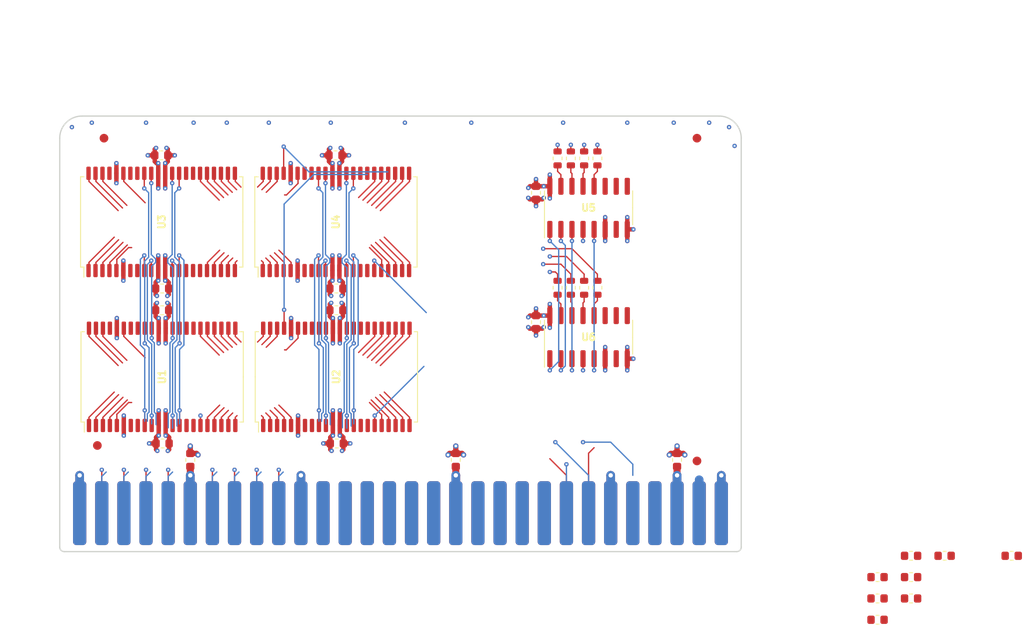
<source format=kicad_pcb>
(kicad_pcb (version 20171130) (host pcbnew "(5.1.10-1-10_14)")
  (layers (0 F.Cu signal) (1 In1.Cu signal hide) (2 In2.Cu signal hide) (31 B.Cu signal) (34 B.Paste user) (35 F.Paste user) (36 B.SilkS user) (37 F.SilkS user) (38 B.Mask user) (39 F.Mask user) (44 Edge.Cuts user))
  (net 0 "")
  (net 1 +5V)
  (net 2 GND)
  (net 3 /BusClk)
  (net 4 /D0)
  (net 5 /D2)
  (net 6 /D4)
  (net 7 /D6)
  (net 8 /D8)
  (net 9 /D10)
  (net 10 /D12)
  (net 11 /D14)
  (net 12 /DTACK)
  (net 13 /~AS~)
  (net 14 /R~W~)
  (net 15 /A2)
  (net 16 /A4)
  (net 17 /A6)
  (net 18 /A8)
  (net 19 /A10)
  (net 20 /A12)
  (net 21 /A14)
  (net 22 /D1)
  (net 23 /D3)
  (net 24 /D5)
  (net 25 /D7)
  (net 26 /D9)
  (net 27 /D11)
  (net 28 /D13)
  (net 29 /D15)
  (net 30 /~LDS~)
  (net 31 /~UDS~)
  (net 32 /A1)
  (net 33 /A3)
  (net 34 /A5)
  (net 35 /A7)
  (net 36 /A16)
  (net 37 /A18)
  (net 38 /A20)
  (net 39 /A22)
  (net 40 /A9)
  (net 41 /A11)
  (net 42 /A13)
  (net 43 /A15)
  (net 44 /A17)
  (net 45 /A19)
  (net 46 /A21)
  (net 47 /A23)
  (net 48 "Net-(U1-Pad7)")
  (net 49 "Net-(U1-Pad8)")
  (net 50 "Net-(U1-Pad15)")
  (net 51 "Net-(U1-Pad16)")
  (net 52 /L~WE~0)
  (net 53 "Net-(U1-Pad29)")
  (net 54 "Net-(U1-Pad30)")
  (net 55 "Net-(U1-Pad37)")
  (net 56 "Net-(U1-Pad38)")
  (net 57 /L~OE~0)
  (net 58 /U~OE~0)
  (net 59 "Net-(U2-Pad38)")
  (net 60 "Net-(U2-Pad37)")
  (net 61 "Net-(U2-Pad30)")
  (net 62 "Net-(U2-Pad29)")
  (net 63 /U~WE~0)
  (net 64 "Net-(U2-Pad16)")
  (net 65 "Net-(U2-Pad15)")
  (net 66 "Net-(U2-Pad8)")
  (net 67 "Net-(U2-Pad7)")
  (net 68 "Net-(U3-Pad7)")
  (net 69 "Net-(U3-Pad8)")
  (net 70 "Net-(U3-Pad15)")
  (net 71 "Net-(U3-Pad16)")
  (net 72 /L~WE~1)
  (net 73 "Net-(U3-Pad29)")
  (net 74 "Net-(U3-Pad30)")
  (net 75 "Net-(U3-Pad37)")
  (net 76 "Net-(U3-Pad38)")
  (net 77 /L~OE~1)
  (net 78 /U~OE~1)
  (net 79 "Net-(U4-Pad38)")
  (net 80 "Net-(U4-Pad37)")
  (net 81 "Net-(U4-Pad30)")
  (net 82 "Net-(U4-Pad29)")
  (net 83 /U~WE~1)
  (net 84 "Net-(U4-Pad16)")
  (net 85 "Net-(U4-Pad15)")
  (net 86 "Net-(U4-Pad8)")
  (net 87 "Net-(U4-Pad7)")
  (net 88 "Net-(U5-Pad7)")
  (net 89 "Net-(U5-Pad9)")
  (net 90 "Net-(U5-Pad10)")
  (net 91 "Net-(U5-Pad11)")
  (net 92 "Net-(U6-Pad11)")
  (net 93 "Net-(U6-Pad10)")
  (net 94 "Net-(U6-Pad9)")
  (net 95 "Net-(U6-Pad7)")
  (net 96 "Net-(R1-Pad2)")
  (net 97 "Net-(R2-Pad2)")
  (net 98 "Net-(R3-Pad2)")
  (net 99 "Net-(R4-Pad2)")
  (net 100 "Net-(R5-Pad2)")
  (net 101 "Net-(R6-Pad2)")
  (net 102 "Net-(R7-Pad2)")
  (net 103 "Net-(R8-Pad2)")
  (module stdpads:Fiducial (layer F.Cu) (at 109.474 93.98)
    (fp_text reference FID2)
    (fp_text value Fiducial hide)
    (pad ~ smd circle (at 0 0) (size 1 1) (layers F.Cu F.Mask) (clearance 0.575))
  )
  (module stdpads:Fiducial (layer F.Cu) (at 177.546 93.98)
    (fp_text reference FID3)
    (fp_text value Fiducial hide)
    (pad ~ smd circle (at 0 0) (size 1 1) (layers F.Cu F.Mask) (clearance 0.575))
  )
  (module stdpads:PasteHole_1.152mm_NPTH (layer F.Cu) (at 180.086 93.98)
    (fp_text reference H3)
    (fp_text value " " hide)
    (pad "" np_thru_hole circle (at 0 0) (size 1.152 1.152) (drill 1.152) (layers *.Cu *.Mask))
  )
  (module stdpads:PasteHole_1.152mm_NPTH (layer F.Cu) (at 106.934 93.98)
    (fp_text reference H2)
    (fp_text value " " hide)
    (pad "" np_thru_hole circle (at 0 0) (size 1.152 1.152) (drill 1.152) (layers *.Cu *.Mask))
  )
  (module stdpads:R_0603 (layer F.Cu) (at 163.068 111.163 270)
    (fp_text reference R4)
    (fp_text value 47)
    (pad 1 smd roundrect (at -0.8 0 270) (size 0.7 0.95) (layers F.Cu F.Paste F.Mask) (net 83 /U~WE~1))
    (pad 2 smd roundrect (at 0.8 0 270) (size 0.7 0.95) (layers F.Cu F.Paste F.Mask) (net 99 "Net-(R4-Pad2)"))
  )
  (module stdpads:R_0603 (layer F.Cu) (at 161.544 111.163 270)
    (fp_text reference R2)
    (fp_text value 47)
    (pad 2 smd roundrect (at 0.8 0 270) (size 0.7 0.95) (layers F.Cu F.Paste F.Mask) (net 97 "Net-(R2-Pad2)"))
    (pad 1 smd roundrect (at -0.8 0 270) (size 0.7 0.95) (layers F.Cu F.Paste F.Mask) (net 63 /U~WE~0))
  )
  (module stdpads:R_0603 (layer F.Cu) (at 166.116 111.163 270)
    (fp_text reference R8)
    (fp_text value 47)
    (pad 1 smd roundrect (at -0.8 0 270) (size 0.7 0.95) (layers F.Cu F.Paste F.Mask) (net 78 /U~OE~1))
    (pad 2 smd roundrect (at 0.8 0 270) (size 0.7 0.95) (layers F.Cu F.Paste F.Mask) (net 103 "Net-(R8-Pad2)"))
  )
  (module stdpads:R_0603 (layer F.Cu) (at 164.592 111.163 270)
    (fp_text reference R6)
    (fp_text value 47)
    (pad 2 smd roundrect (at 0.8 0 270) (size 0.7 0.95) (layers F.Cu F.Paste F.Mask) (net 101 "Net-(R6-Pad2)"))
    (pad 1 smd roundrect (at -0.8 0 270) (size 0.7 0.95) (layers F.Cu F.Paste F.Mask) (net 58 /U~OE~0))
  )
  (module stdpads:SOIC-16_3.9mm (layer F.Cu) (at 165.1 116.84)
    (fp_text reference U6)
    (fp_text value 74LVC138D)
    (fp_text user %R (at 0 0 180) (layer F.SilkS) (effects (font (size 0.8128 0.8128) (thickness 0.2032))))
    (pad 16 smd roundrect (at -4.445 -2.475 90) (size 1.95 0.6) (layers F.Cu F.Paste F.Mask) (net 1 +5V))
    (pad 15 smd roundrect (at -3.175 -2.475 90) (size 1.95 0.6) (layers F.Cu F.Paste F.Mask) (net 97 "Net-(R2-Pad2)"))
    (pad 14 smd roundrect (at -1.905 -2.475 90) (size 1.95 0.6) (layers F.Cu F.Paste F.Mask) (net 99 "Net-(R4-Pad2)"))
    (pad 13 smd roundrect (at -0.635 -2.475 90) (size 1.95 0.6) (layers F.Cu F.Paste F.Mask) (net 101 "Net-(R6-Pad2)"))
    (pad 12 smd roundrect (at 0.635 -2.475 90) (size 1.95 0.6) (layers F.Cu F.Paste F.Mask) (net 103 "Net-(R8-Pad2)"))
    (pad 11 smd roundrect (at 1.905 -2.475 90) (size 1.95 0.6) (layers F.Cu F.Paste F.Mask) (net 92 "Net-(U6-Pad11)"))
    (pad 10 smd roundrect (at 3.175 -2.475 90) (size 1.95 0.6) (layers F.Cu F.Paste F.Mask) (net 93 "Net-(U6-Pad10)"))
    (pad 9 smd roundrect (at 4.445 -2.475 90) (size 1.95 0.6) (layers F.Cu F.Paste F.Mask) (net 94 "Net-(U6-Pad9)"))
    (pad 8 smd roundrect (at 4.445 2.475 90) (size 1.95 0.6) (layers F.Cu F.Paste F.Mask) (net 2 GND))
    (pad 7 smd roundrect (at 3.175 2.475 90) (size 1.95 0.6) (layers F.Cu F.Paste F.Mask) (net 95 "Net-(U6-Pad7)"))
    (pad 6 smd roundrect (at 1.905 2.475 90) (size 1.95 0.6) (layers F.Cu F.Paste F.Mask) (net 1 +5V))
    (pad 5 smd roundrect (at 0.635 2.475 90) (size 1.95 0.6) (layers F.Cu F.Paste F.Mask) (net 47 /A23))
    (pad 4 smd roundrect (at -0.635 2.475 90) (size 1.95 0.6) (layers F.Cu F.Paste F.Mask) (net 31 /~UDS~))
    (pad 3 smd roundrect (at -1.905 2.475 90) (size 1.95 0.6) (layers F.Cu F.Paste F.Mask) (net 39 /A22))
    (pad 2 smd roundrect (at -3.175 2.475 90) (size 1.95 0.6) (layers F.Cu F.Paste F.Mask) (net 14 /R~W~))
    (pad 1 smd roundrect (at -4.445 2.475 90) (size 1.95 0.6) (layers F.Cu F.Paste F.Mask) (net 46 /A21))
  )
  (module stdpads:C_0603 (layer F.Cu) (at 159.0675 100.2545 270)
    (fp_text reference C12)
    (fp_text value 2u2)
    (pad 2 smd roundrect (at 0.75 0 270) (size 0.85 0.95) (layers F.Cu F.Paste F.Mask) (net 2 GND))
    (pad 1 smd roundrect (at -0.75 0 270) (size 0.85 0.95) (layers F.Cu F.Paste F.Mask) (net 1 +5V))
  )
  (module stdpads:C_0603 (layer F.Cu) (at 175.26 130.949 90)
    (fp_text reference C9)
    (fp_text value 2u2)
    (pad 1 smd roundrect (at -0.75 0 90) (size 0.85 0.95) (layers F.Cu F.Paste F.Mask) (net 1 +5V))
    (pad 2 smd roundrect (at 0.75 0 90) (size 0.85 0.95) (layers F.Cu F.Paste F.Mask) (net 2 GND))
  )
  (module stdpads:C_0603 (layer F.Cu) (at 149.86 130.949 90)
    (fp_text reference C9)
    (fp_text value 2u2)
    (pad 2 smd roundrect (at 0.75 0 90) (size 0.85 0.95) (layers F.Cu F.Paste F.Mask) (net 2 GND))
    (pad 1 smd roundrect (at -0.75 0 90) (size 0.85 0.95) (layers F.Cu F.Paste F.Mask) (net 1 +5V))
  )
  (module stdpads:TSOP-II-44_400mil_P0.8mm (layer F.Cu) (at 116.1 103.6 90)
    (fp_text reference U3)
    (fp_text value SRAM-1Mx8-TSOP2-44)
    (fp_text user %R (at 0 0 90) (layer F.SilkS) (effects (font (size 0.8128 0.8128) (thickness 0.2032))))
    (pad 44 smd roundrect (at 5.5875 -8.4 90) (size 1.525 0.5) (layers F.Cu F.Paste F.Mask) (net 17 /A6))
    (pad 43 smd roundrect (at 5.5875 -7.6 90) (size 1.525 0.5) (layers F.Cu F.Paste F.Mask) (net 35 /A7))
    (pad 42 smd roundrect (at 5.5875 -6.8 90) (size 1.525 0.5) (layers F.Cu F.Paste F.Mask) (net 18 /A8))
    (pad 41 smd roundrect (at 5.5875 -6 90) (size 1.525 0.5) (layers F.Cu F.Paste F.Mask) (net 57 /L~OE~0))
    (pad 40 smd roundrect (at 5.5875 -5.2 90) (size 1.525 0.5) (layers F.Cu F.Paste F.Mask) (net 1 +5V))
    (pad 39 smd roundrect (at 5.5875 -4.4 90) (size 1.525 0.5) (layers F.Cu F.Paste F.Mask) (net 40 /A9))
    (pad 38 smd roundrect (at 5.5875 -3.6 90) (size 1.525 0.5) (layers F.Cu F.Paste F.Mask) (net 76 "Net-(U3-Pad38)"))
    (pad 37 smd roundrect (at 5.5875 -2.8 90) (size 1.525 0.5) (layers F.Cu F.Paste F.Mask) (net 75 "Net-(U3-Pad37)"))
    (pad 36 smd roundrect (at 5.5875 -2 90) (size 1.525 0.5) (layers F.Cu F.Paste F.Mask) (net 25 /D7))
    (pad 35 smd roundrect (at 5.5875 -1.2 90) (size 1.525 0.5) (layers F.Cu F.Paste F.Mask) (net 7 /D6))
    (pad 34 smd roundrect (at 5.5875 -0.4 90) (size 1.525 0.5) (layers F.Cu F.Paste F.Mask) (net 2 GND))
    (pad 33 smd roundrect (at 5.5875 0.4 90) (size 1.525 0.5) (layers F.Cu F.Paste F.Mask) (net 1 +5V))
    (pad 32 smd roundrect (at 5.5875 1.2 90) (size 1.525 0.5) (layers F.Cu F.Paste F.Mask) (net 24 /D5))
    (pad 31 smd roundrect (at 5.5875 2 90) (size 1.525 0.5) (layers F.Cu F.Paste F.Mask) (net 6 /D4))
    (pad 30 smd roundrect (at 5.5875 2.8 90) (size 1.525 0.5) (layers F.Cu F.Paste F.Mask) (net 74 "Net-(U3-Pad30)"))
    (pad 29 smd roundrect (at 5.5875 3.6 90) (size 1.525 0.5) (layers F.Cu F.Paste F.Mask) (net 73 "Net-(U3-Pad29)"))
    (pad 28 smd roundrect (at 5.5875 4.4 90) (size 1.525 0.5) (layers F.Cu F.Paste F.Mask) (net 19 /A10))
    (pad 27 smd roundrect (at 5.5875 5.2 90) (size 1.525 0.5) (layers F.Cu F.Paste F.Mask) (net 41 /A11))
    (pad 26 smd roundrect (at 5.5875 6 90) (size 1.525 0.5) (layers F.Cu F.Paste F.Mask) (net 20 /A12))
    (pad 25 smd roundrect (at 5.5875 6.8 90) (size 1.525 0.5) (layers F.Cu F.Paste F.Mask) (net 42 /A13))
    (pad 24 smd roundrect (at 5.5875 7.6 90) (size 1.525 0.5) (layers F.Cu F.Paste F.Mask) (net 21 /A14))
    (pad 23 smd roundrect (at 5.5875 8.4 90) (size 1.525 0.5) (layers F.Cu F.Paste F.Mask) (net 43 /A15))
    (pad 22 smd roundrect (at -5.5875 8.4 90) (size 1.525 0.5) (layers F.Cu F.Paste F.Mask) (net 36 /A16))
    (pad 21 smd roundrect (at -5.5875 7.6 90) (size 1.525 0.5) (layers F.Cu F.Paste F.Mask) (net 44 /A17))
    (pad 20 smd roundrect (at -5.5875 6.8 90) (size 1.525 0.5) (layers F.Cu F.Paste F.Mask) (net 37 /A18))
    (pad 19 smd roundrect (at -5.5875 6 90) (size 1.525 0.5) (layers F.Cu F.Paste F.Mask) (net 45 /A19))
    (pad 18 smd roundrect (at -5.5875 5.2 90) (size 1.525 0.5) (layers F.Cu F.Paste F.Mask) (net 38 /A20))
    (pad 17 smd roundrect (at -5.5875 4.4 90) (size 1.525 0.5) (layers F.Cu F.Paste F.Mask) (net 52 /L~WE~0))
    (pad 16 smd roundrect (at -5.5875 3.6 90) (size 1.525 0.5) (layers F.Cu F.Paste F.Mask) (net 71 "Net-(U3-Pad16)"))
    (pad 15 smd roundrect (at -5.5875 2.8 90) (size 1.525 0.5) (layers F.Cu F.Paste F.Mask) (net 70 "Net-(U3-Pad15)"))
    (pad 14 smd roundrect (at -5.5875 2 90) (size 1.525 0.5) (layers F.Cu F.Paste F.Mask) (net 23 /D3))
    (pad 13 smd roundrect (at -5.5875 1.2 90) (size 1.525 0.5) (layers F.Cu F.Paste F.Mask) (net 5 /D2))
    (pad 12 smd roundrect (at -5.5875 0.4 90) (size 1.525 0.5) (layers F.Cu F.Paste F.Mask) (net 2 GND))
    (pad 11 smd roundrect (at -5.5875 -0.4 90) (size 1.525 0.5) (layers F.Cu F.Paste F.Mask) (net 1 +5V))
    (pad 10 smd roundrect (at -5.5875 -1.2 90) (size 1.525 0.5) (layers F.Cu F.Paste F.Mask) (net 22 /D1))
    (pad 9 smd roundrect (at -5.5875 -2 90) (size 1.525 0.5) (layers F.Cu F.Paste F.Mask) (net 4 /D0))
    (pad 8 smd roundrect (at -5.5875 -2.8 90) (size 1.525 0.5) (layers F.Cu F.Paste F.Mask) (net 69 "Net-(U3-Pad8)"))
    (pad 7 smd roundrect (at -5.5875 -3.6 90) (size 1.525 0.5) (layers F.Cu F.Paste F.Mask) (net 68 "Net-(U3-Pad7)"))
    (pad 6 smd roundrect (at -5.5875 -4.4 90) (size 1.525 0.5) (layers F.Cu F.Paste F.Mask) (net 2 GND))
    (pad 5 smd roundrect (at -5.5875 -5.2 90) (size 1.525 0.5) (layers F.Cu F.Paste F.Mask) (net 32 /A1))
    (pad 4 smd roundrect (at -5.5875 -6 90) (size 1.525 0.5) (layers F.Cu F.Paste F.Mask) (net 15 /A2))
    (pad 3 smd roundrect (at -5.5875 -6.8 90) (size 1.525 0.5) (layers F.Cu F.Paste F.Mask) (net 33 /A3))
    (pad 2 smd roundrect (at -5.5875 -7.6 90) (size 1.525 0.5) (layers F.Cu F.Paste F.Mask) (net 16 /A4))
    (pad 1 smd roundrect (at -5.5875 -8.4 90) (size 1.525 0.5) (layers F.Cu F.Paste F.Mask) (net 34 /A5))
  )
  (module stdpads:TSOP-II-44_400mil_P0.8mm (layer F.Cu) (at 136.1 103.6 90)
    (fp_text reference U4)
    (fp_text value SRAM-1Mx8-TSOP2-44)
    (fp_text user %R (at 0 0 90) (layer F.SilkS) (effects (font (size 0.8128 0.8128) (thickness 0.2032))))
    (pad 1 smd roundrect (at -5.5875 -8.4 90) (size 1.525 0.5) (layers F.Cu F.Paste F.Mask) (net 36 /A16))
    (pad 2 smd roundrect (at -5.5875 -7.6 90) (size 1.525 0.5) (layers F.Cu F.Paste F.Mask) (net 44 /A17))
    (pad 3 smd roundrect (at -5.5875 -6.8 90) (size 1.525 0.5) (layers F.Cu F.Paste F.Mask) (net 37 /A18))
    (pad 4 smd roundrect (at -5.5875 -6 90) (size 1.525 0.5) (layers F.Cu F.Paste F.Mask) (net 45 /A19))
    (pad 5 smd roundrect (at -5.5875 -5.2 90) (size 1.525 0.5) (layers F.Cu F.Paste F.Mask) (net 38 /A20))
    (pad 6 smd roundrect (at -5.5875 -4.4 90) (size 1.525 0.5) (layers F.Cu F.Paste F.Mask) (net 2 GND))
    (pad 7 smd roundrect (at -5.5875 -3.6 90) (size 1.525 0.5) (layers F.Cu F.Paste F.Mask) (net 87 "Net-(U4-Pad7)"))
    (pad 8 smd roundrect (at -5.5875 -2.8 90) (size 1.525 0.5) (layers F.Cu F.Paste F.Mask) (net 86 "Net-(U4-Pad8)"))
    (pad 9 smd roundrect (at -5.5875 -2 90) (size 1.525 0.5) (layers F.Cu F.Paste F.Mask) (net 8 /D8))
    (pad 10 smd roundrect (at -5.5875 -1.2 90) (size 1.525 0.5) (layers F.Cu F.Paste F.Mask) (net 26 /D9))
    (pad 11 smd roundrect (at -5.5875 -0.4 90) (size 1.525 0.5) (layers F.Cu F.Paste F.Mask) (net 1 +5V))
    (pad 12 smd roundrect (at -5.5875 0.4 90) (size 1.525 0.5) (layers F.Cu F.Paste F.Mask) (net 2 GND))
    (pad 13 smd roundrect (at -5.5875 1.2 90) (size 1.525 0.5) (layers F.Cu F.Paste F.Mask) (net 9 /D10))
    (pad 14 smd roundrect (at -5.5875 2 90) (size 1.525 0.5) (layers F.Cu F.Paste F.Mask) (net 27 /D11))
    (pad 15 smd roundrect (at -5.5875 2.8 90) (size 1.525 0.5) (layers F.Cu F.Paste F.Mask) (net 85 "Net-(U4-Pad15)"))
    (pad 16 smd roundrect (at -5.5875 3.6 90) (size 1.525 0.5) (layers F.Cu F.Paste F.Mask) (net 84 "Net-(U4-Pad16)"))
    (pad 17 smd roundrect (at -5.5875 4.4 90) (size 1.525 0.5) (layers F.Cu F.Paste F.Mask) (net 63 /U~WE~0))
    (pad 18 smd roundrect (at -5.5875 5.2 90) (size 1.525 0.5) (layers F.Cu F.Paste F.Mask) (net 32 /A1))
    (pad 19 smd roundrect (at -5.5875 6 90) (size 1.525 0.5) (layers F.Cu F.Paste F.Mask) (net 15 /A2))
    (pad 20 smd roundrect (at -5.5875 6.8 90) (size 1.525 0.5) (layers F.Cu F.Paste F.Mask) (net 33 /A3))
    (pad 21 smd roundrect (at -5.5875 7.6 90) (size 1.525 0.5) (layers F.Cu F.Paste F.Mask) (net 16 /A4))
    (pad 22 smd roundrect (at -5.5875 8.4 90) (size 1.525 0.5) (layers F.Cu F.Paste F.Mask) (net 34 /A5))
    (pad 23 smd roundrect (at 5.5875 8.4 90) (size 1.525 0.5) (layers F.Cu F.Paste F.Mask) (net 17 /A6))
    (pad 24 smd roundrect (at 5.5875 7.6 90) (size 1.525 0.5) (layers F.Cu F.Paste F.Mask) (net 35 /A7))
    (pad 25 smd roundrect (at 5.5875 6.8 90) (size 1.525 0.5) (layers F.Cu F.Paste F.Mask) (net 18 /A8))
    (pad 26 smd roundrect (at 5.5875 6 90) (size 1.525 0.5) (layers F.Cu F.Paste F.Mask) (net 40 /A9))
    (pad 27 smd roundrect (at 5.5875 5.2 90) (size 1.525 0.5) (layers F.Cu F.Paste F.Mask) (net 19 /A10))
    (pad 28 smd roundrect (at 5.5875 4.4 90) (size 1.525 0.5) (layers F.Cu F.Paste F.Mask) (net 41 /A11))
    (pad 29 smd roundrect (at 5.5875 3.6 90) (size 1.525 0.5) (layers F.Cu F.Paste F.Mask) (net 82 "Net-(U4-Pad29)"))
    (pad 30 smd roundrect (at 5.5875 2.8 90) (size 1.525 0.5) (layers F.Cu F.Paste F.Mask) (net 81 "Net-(U4-Pad30)"))
    (pad 31 smd roundrect (at 5.5875 2 90) (size 1.525 0.5) (layers F.Cu F.Paste F.Mask) (net 10 /D12))
    (pad 32 smd roundrect (at 5.5875 1.2 90) (size 1.525 0.5) (layers F.Cu F.Paste F.Mask) (net 28 /D13))
    (pad 33 smd roundrect (at 5.5875 0.4 90) (size 1.525 0.5) (layers F.Cu F.Paste F.Mask) (net 1 +5V))
    (pad 34 smd roundrect (at 5.5875 -0.4 90) (size 1.525 0.5) (layers F.Cu F.Paste F.Mask) (net 2 GND))
    (pad 35 smd roundrect (at 5.5875 -1.2 90) (size 1.525 0.5) (layers F.Cu F.Paste F.Mask) (net 11 /D14))
    (pad 36 smd roundrect (at 5.5875 -2 90) (size 1.525 0.5) (layers F.Cu F.Paste F.Mask) (net 29 /D15))
    (pad 37 smd roundrect (at 5.5875 -2.8 90) (size 1.525 0.5) (layers F.Cu F.Paste F.Mask) (net 80 "Net-(U4-Pad37)"))
    (pad 38 smd roundrect (at 5.5875 -3.6 90) (size 1.525 0.5) (layers F.Cu F.Paste F.Mask) (net 79 "Net-(U4-Pad38)"))
    (pad 39 smd roundrect (at 5.5875 -4.4 90) (size 1.525 0.5) (layers F.Cu F.Paste F.Mask) (net 20 /A12))
    (pad 40 smd roundrect (at 5.5875 -5.2 90) (size 1.525 0.5) (layers F.Cu F.Paste F.Mask) (net 1 +5V))
    (pad 41 smd roundrect (at 5.5875 -6 90) (size 1.525 0.5) (layers F.Cu F.Paste F.Mask) (net 58 /U~OE~0))
    (pad 42 smd roundrect (at 5.5875 -6.8 90) (size 1.525 0.5) (layers F.Cu F.Paste F.Mask) (net 42 /A13))
    (pad 43 smd roundrect (at 5.5875 -7.6 90) (size 1.525 0.5) (layers F.Cu F.Paste F.Mask) (net 21 /A14))
    (pad 44 smd roundrect (at 5.5875 -8.4 90) (size 1.525 0.5) (layers F.Cu F.Paste F.Mask) (net 43 /A15))
  )
  (module stdpads:C_0603 (layer F.Cu) (at 136.2 129.05)
    (fp_text reference C5)
    (fp_text value 2u2)
    (pad 2 smd roundrect (at 0.75 0) (size 0.85 0.95) (layers F.Cu F.Paste F.Mask) (net 2 GND))
    (pad 1 smd roundrect (at -0.75 0) (size 0.85 0.95) (layers F.Cu F.Paste F.Mask) (net 1 +5V))
  )
  (module stdpads:C_0603 (layer F.Cu) (at 136.15 111.25)
    (fp_text reference C7)
    (fp_text value 2u2)
    (pad 1 smd roundrect (at -0.75 0) (size 0.85 0.95) (layers F.Cu F.Paste F.Mask) (net 1 +5V))
    (pad 2 smd roundrect (at 0.75 0) (size 0.85 0.95) (layers F.Cu F.Paste F.Mask) (net 2 GND))
  )
  (module stdpads:C_0603 (layer F.Cu) (at 136.15 113.75 180)
    (fp_text reference C6)
    (fp_text value 2u2)
    (pad 2 smd roundrect (at 0.75 0 180) (size 0.85 0.95) (layers F.Cu F.Paste F.Mask) (net 2 GND))
    (pad 1 smd roundrect (at -0.75 0 180) (size 0.85 0.95) (layers F.Cu F.Paste F.Mask) (net 1 +5V))
  )
  (module stdpads:C_0603 (layer F.Cu) (at 136.05 95.95 180)
    (fp_text reference C8)
    (fp_text value 2u2)
    (pad 2 smd roundrect (at 0.75 0 180) (size 0.85 0.95) (layers F.Cu F.Paste F.Mask) (net 2 GND))
    (pad 1 smd roundrect (at -0.75 0 180) (size 0.85 0.95) (layers F.Cu F.Paste F.Mask) (net 1 +5V))
  )
  (module stdpads:TSOP-II-44_400mil_P0.8mm (layer F.Cu) (at 136.15 121.4 90)
    (fp_text reference U2)
    (fp_text value SRAM-1Mx8-TSOP2-44)
    (fp_text user %R (at 0 0 90) (layer F.SilkS) (effects (font (size 0.8128 0.8128) (thickness 0.2032))))
    (pad 44 smd roundrect (at 5.5875 -8.4 90) (size 1.525 0.5) (layers F.Cu F.Paste F.Mask) (net 43 /A15))
    (pad 43 smd roundrect (at 5.5875 -7.6 90) (size 1.525 0.5) (layers F.Cu F.Paste F.Mask) (net 21 /A14))
    (pad 42 smd roundrect (at 5.5875 -6.8 90) (size 1.525 0.5) (layers F.Cu F.Paste F.Mask) (net 42 /A13))
    (pad 41 smd roundrect (at 5.5875 -6 90) (size 1.525 0.5) (layers F.Cu F.Paste F.Mask) (net 78 /U~OE~1))
    (pad 40 smd roundrect (at 5.5875 -5.2 90) (size 1.525 0.5) (layers F.Cu F.Paste F.Mask) (net 1 +5V))
    (pad 39 smd roundrect (at 5.5875 -4.4 90) (size 1.525 0.5) (layers F.Cu F.Paste F.Mask) (net 20 /A12))
    (pad 38 smd roundrect (at 5.5875 -3.6 90) (size 1.525 0.5) (layers F.Cu F.Paste F.Mask) (net 59 "Net-(U2-Pad38)"))
    (pad 37 smd roundrect (at 5.5875 -2.8 90) (size 1.525 0.5) (layers F.Cu F.Paste F.Mask) (net 60 "Net-(U2-Pad37)"))
    (pad 36 smd roundrect (at 5.5875 -2 90) (size 1.525 0.5) (layers F.Cu F.Paste F.Mask) (net 29 /D15))
    (pad 35 smd roundrect (at 5.5875 -1.2 90) (size 1.525 0.5) (layers F.Cu F.Paste F.Mask) (net 11 /D14))
    (pad 34 smd roundrect (at 5.5875 -0.4 90) (size 1.525 0.5) (layers F.Cu F.Paste F.Mask) (net 2 GND))
    (pad 33 smd roundrect (at 5.5875 0.4 90) (size 1.525 0.5) (layers F.Cu F.Paste F.Mask) (net 1 +5V))
    (pad 32 smd roundrect (at 5.5875 1.2 90) (size 1.525 0.5) (layers F.Cu F.Paste F.Mask) (net 28 /D13))
    (pad 31 smd roundrect (at 5.5875 2 90) (size 1.525 0.5) (layers F.Cu F.Paste F.Mask) (net 10 /D12))
    (pad 30 smd roundrect (at 5.5875 2.8 90) (size 1.525 0.5) (layers F.Cu F.Paste F.Mask) (net 61 "Net-(U2-Pad30)"))
    (pad 29 smd roundrect (at 5.5875 3.6 90) (size 1.525 0.5) (layers F.Cu F.Paste F.Mask) (net 62 "Net-(U2-Pad29)"))
    (pad 28 smd roundrect (at 5.5875 4.4 90) (size 1.525 0.5) (layers F.Cu F.Paste F.Mask) (net 41 /A11))
    (pad 27 smd roundrect (at 5.5875 5.2 90) (size 1.525 0.5) (layers F.Cu F.Paste F.Mask) (net 19 /A10))
    (pad 26 smd roundrect (at 5.5875 6 90) (size 1.525 0.5) (layers F.Cu F.Paste F.Mask) (net 40 /A9))
    (pad 25 smd roundrect (at 5.5875 6.8 90) (size 1.525 0.5) (layers F.Cu F.Paste F.Mask) (net 18 /A8))
    (pad 24 smd roundrect (at 5.5875 7.6 90) (size 1.525 0.5) (layers F.Cu F.Paste F.Mask) (net 35 /A7))
    (pad 23 smd roundrect (at 5.5875 8.4 90) (size 1.525 0.5) (layers F.Cu F.Paste F.Mask) (net 17 /A6))
    (pad 22 smd roundrect (at -5.5875 8.4 90) (size 1.525 0.5) (layers F.Cu F.Paste F.Mask) (net 34 /A5))
    (pad 21 smd roundrect (at -5.5875 7.6 90) (size 1.525 0.5) (layers F.Cu F.Paste F.Mask) (net 16 /A4))
    (pad 20 smd roundrect (at -5.5875 6.8 90) (size 1.525 0.5) (layers F.Cu F.Paste F.Mask) (net 33 /A3))
    (pad 19 smd roundrect (at -5.5875 6 90) (size 1.525 0.5) (layers F.Cu F.Paste F.Mask) (net 15 /A2))
    (pad 18 smd roundrect (at -5.5875 5.2 90) (size 1.525 0.5) (layers F.Cu F.Paste F.Mask) (net 32 /A1))
    (pad 17 smd roundrect (at -5.5875 4.4 90) (size 1.525 0.5) (layers F.Cu F.Paste F.Mask) (net 83 /U~WE~1))
    (pad 16 smd roundrect (at -5.5875 3.6 90) (size 1.525 0.5) (layers F.Cu F.Paste F.Mask) (net 64 "Net-(U2-Pad16)"))
    (pad 15 smd roundrect (at -5.5875 2.8 90) (size 1.525 0.5) (layers F.Cu F.Paste F.Mask) (net 65 "Net-(U2-Pad15)"))
    (pad 14 smd roundrect (at -5.5875 2 90) (size 1.525 0.5) (layers F.Cu F.Paste F.Mask) (net 27 /D11))
    (pad 13 smd roundrect (at -5.5875 1.2 90) (size 1.525 0.5) (layers F.Cu F.Paste F.Mask) (net 9 /D10))
    (pad 12 smd roundrect (at -5.5875 0.4 90) (size 1.525 0.5) (layers F.Cu F.Paste F.Mask) (net 2 GND))
    (pad 11 smd roundrect (at -5.5875 -0.4 90) (size 1.525 0.5) (layers F.Cu F.Paste F.Mask) (net 1 +5V))
    (pad 10 smd roundrect (at -5.5875 -1.2 90) (size 1.525 0.5) (layers F.Cu F.Paste F.Mask) (net 26 /D9))
    (pad 9 smd roundrect (at -5.5875 -2 90) (size 1.525 0.5) (layers F.Cu F.Paste F.Mask) (net 8 /D8))
    (pad 8 smd roundrect (at -5.5875 -2.8 90) (size 1.525 0.5) (layers F.Cu F.Paste F.Mask) (net 66 "Net-(U2-Pad8)"))
    (pad 7 smd roundrect (at -5.5875 -3.6 90) (size 1.525 0.5) (layers F.Cu F.Paste F.Mask) (net 67 "Net-(U2-Pad7)"))
    (pad 6 smd roundrect (at -5.5875 -4.4 90) (size 1.525 0.5) (layers F.Cu F.Paste F.Mask) (net 2 GND))
    (pad 5 smd roundrect (at -5.5875 -5.2 90) (size 1.525 0.5) (layers F.Cu F.Paste F.Mask) (net 38 /A20))
    (pad 4 smd roundrect (at -5.5875 -6 90) (size 1.525 0.5) (layers F.Cu F.Paste F.Mask) (net 45 /A19))
    (pad 3 smd roundrect (at -5.5875 -6.8 90) (size 1.525 0.5) (layers F.Cu F.Paste F.Mask) (net 37 /A18))
    (pad 2 smd roundrect (at -5.5875 -7.6 90) (size 1.525 0.5) (layers F.Cu F.Paste F.Mask) (net 44 /A17))
    (pad 1 smd roundrect (at -5.5875 -8.4 90) (size 1.525 0.5) (layers F.Cu F.Paste F.Mask) (net 36 /A16))
  )
  (module stdpads:C_0603 (layer F.Cu) (at 116.2 129.05)
    (fp_text reference C1)
    (fp_text value 2u2)
    (pad 1 smd roundrect (at -0.75 0) (size 0.85 0.95) (layers F.Cu F.Paste F.Mask) (net 1 +5V))
    (pad 2 smd roundrect (at 0.75 0) (size 0.85 0.95) (layers F.Cu F.Paste F.Mask) (net 2 GND))
  )
  (module stdpads:C_0603 (layer F.Cu) (at 116.05 95.95 180)
    (fp_text reference C4)
    (fp_text value 2u2)
    (pad 1 smd roundrect (at -0.75 0 180) (size 0.85 0.95) (layers F.Cu F.Paste F.Mask) (net 1 +5V))
    (pad 2 smd roundrect (at 0.75 0 180) (size 0.85 0.95) (layers F.Cu F.Paste F.Mask) (net 2 GND))
  )
  (module stdpads:C_0603 (layer F.Cu) (at 116.15 111.25)
    (fp_text reference C3)
    (fp_text value 2u2)
    (pad 2 smd roundrect (at 0.75 0) (size 0.85 0.95) (layers F.Cu F.Paste F.Mask) (net 2 GND))
    (pad 1 smd roundrect (at -0.75 0) (size 0.85 0.95) (layers F.Cu F.Paste F.Mask) (net 1 +5V))
  )
  (module stdpads:AppleIIeAux_Edge (layer F.Cu) (at 143.51 137.16)
    (fp_text reference J1)
    (fp_text value RAM)
    (pad 1 smd roundrect (at -36.83 -0.1 180) (size 1.524 7.34) (layers F.Cu F.Mask) (net 2 GND))
    (pad 2 smd roundrect (at -34.29 -0.1 180) (size 1.524 7.34) (layers F.Cu F.Mask) (net 4 /D0))
    (pad 3 smd roundrect (at -31.75 -0.1 180) (size 1.524 7.34) (layers F.Cu F.Mask) (net 5 /D2))
    (pad 4 smd roundrect (at -29.21 -0.1 180) (size 1.524 7.34) (layers F.Cu F.Mask) (net 6 /D4))
    (pad 5 smd roundrect (at -26.67 -0.1 180) (size 1.524 7.34) (layers F.Cu F.Mask) (net 7 /D6))
    (pad 6 smd roundrect (at -24.13 -0.1 180) (size 1.524 7.34) (layers F.Cu F.Mask) (net 1 +5V))
    (pad 7 smd roundrect (at -21.59 -0.1 180) (size 1.524 7.34) (layers F.Cu F.Mask) (net 8 /D8))
    (pad 8 smd roundrect (at -19.05 -0.1 180) (size 1.524 7.34) (layers F.Cu F.Mask) (net 9 /D10))
    (pad 9 smd roundrect (at -16.51 -0.1 180) (size 1.524 7.34) (layers F.Cu F.Mask) (net 10 /D12))
    (pad 10 smd roundrect (at -13.97 -0.1 180) (size 1.524 7.34) (layers F.Cu F.Mask) (net 11 /D14))
    (pad 11 smd roundrect (at -11.43 -0.1 180) (size 1.524 7.34) (layers F.Cu F.Mask) (net 2 GND))
    (pad 12 smd roundrect (at -8.89 -0.1 180) (size 1.524 7.34) (layers F.Cu F.Mask) (net 32 /A1))
    (pad 13 smd roundrect (at -6.35 -0.1 180) (size 1.524 7.34) (layers F.Cu F.Mask) (net 33 /A3))
    (pad 14 smd roundrect (at -3.81 -0.1 180) (size 1.524 7.34) (layers F.Cu F.Mask) (net 34 /A5))
    (pad 15 smd roundrect (at -1.27 -0.1 180) (size 1.524 7.34) (layers F.Cu F.Mask) (net 35 /A7))
    (pad 16 smd roundrect (at 1.27 -0.1 180) (size 1.524 7.34) (layers F.Cu F.Mask) (net 40 /A9))
    (pad 17 smd roundrect (at 3.81 -0.1 180) (size 1.524 7.34) (layers F.Cu F.Mask) (net 41 /A11))
    (pad 18 smd roundrect (at 6.35 -0.1 180) (size 1.524 7.34) (layers F.Cu F.Mask) (net 1 +5V))
    (pad 19 smd roundrect (at 8.89 -0.1 180) (size 1.524 7.34) (layers F.Cu F.Mask) (net 42 /A13))
    (pad 20 smd roundrect (at 11.43 -0.1 180) (size 1.524 7.34) (layers F.Cu F.Mask) (net 43 /A15))
    (pad 21 smd roundrect (at 13.97 -0.1 180) (size 1.524 7.34) (layers F.Cu F.Mask) (net 44 /A17))
    (pad 22 smd roundrect (at 16.51 -0.1 180) (size 1.524 7.34) (layers F.Cu F.Mask) (net 45 /A19))
    (pad 23 smd roundrect (at 19.05 -0.1 180) (size 1.524 7.34) (layers F.Cu F.Mask) (net 46 /A21))
    (pad 24 smd roundrect (at 21.59 -0.1 180) (size 1.524 7.34) (layers F.Cu F.Mask) (net 47 /A23))
    (pad 25 smd roundrect (at 24.13 -0.1 180) (size 1.524 7.34) (layers F.Cu F.Mask) (net 2 GND))
    (pad 31 smd roundrect (at 36.83 -0.1 180) (size 1.524 7.34) (layers B.Cu B.Mask) (net 2 GND))
    (pad 32 smd roundrect (at 34.29 -0.1 180) (size 1.524 7.34) (layers B.Cu B.Mask) (net 2 GND))
    (pad 33 smd roundrect (at 31.75 -0.1 180) (size 1.524 7.34) (layers B.Cu B.Mask) (net 1 +5V))
    (pad 34 smd roundrect (at 29.21 -0.1 180) (size 1.524 7.34) (layers B.Cu B.Mask) (net 31 /~UDS~))
    (pad 35 smd roundrect (at 26.67 -0.1 180) (size 1.524 7.34) (layers B.Cu B.Mask) (net 30 /~LDS~))
    (pad 36 smd roundrect (at 24.13 -0.1 180) (size 1.524 7.34) (layers B.Cu B.Mask) (net 2 GND))
    (pad 37 smd roundrect (at 21.59 -0.1 180) (size 1.524 7.34) (layers B.Cu B.Mask) (net 14 /R~W~))
    (pad 38 smd roundrect (at 19.05 -0.1 180) (size 1.524 7.34) (layers B.Cu B.Mask) (net 39 /A22))
    (pad 39 smd roundrect (at 16.51 -0.1 180) (size 1.524 7.34) (layers B.Cu B.Mask) (net 38 /A20))
    (pad 40 smd roundrect (at 13.97 -0.1 180) (size 1.524 7.34) (layers B.Cu B.Mask) (net 37 /A18))
    (pad 41 smd roundrect (at 11.43 -0.1 180) (size 1.524 7.34) (layers B.Cu B.Mask) (net 36 /A16))
    (pad 42 smd roundrect (at 8.89 -0.1 180) (size 1.524 7.34) (layers B.Cu B.Mask) (net 21 /A14))
    (pad 43 smd roundrect (at 6.35 -0.1 180) (size 1.524 7.34) (layers B.Cu B.Mask) (net 1 +5V))
    (pad 44 smd roundrect (at 3.81 -0.1 180) (size 1.524 7.34) (layers B.Cu B.Mask) (net 20 /A12))
    (pad 45 smd roundrect (at 1.27 -0.1 180) (size 1.524 7.34) (layers B.Cu B.Mask) (net 19 /A10))
    (pad 46 smd roundrect (at -1.27 -0.1 180) (size 1.524 7.34) (layers B.Cu B.Mask) (net 18 /A8))
    (pad 47 smd roundrect (at -3.81 -0.1 180) (size 1.524 7.34) (layers B.Cu B.Mask) (net 17 /A6))
    (pad 48 smd roundrect (at -6.35 -0.1 180) (size 1.524 7.34) (layers B.Cu B.Mask) (net 16 /A4))
    (pad 49 smd roundrect (at -8.89 -0.1 180) (size 1.524 7.34) (layers B.Cu B.Mask) (net 15 /A2))
    (pad 50 smd roundrect (at -11.43 -0.1 180) (size 1.524 7.34) (layers B.Cu B.Mask) (net 2 GND))
    (pad 26 smd roundrect (at 26.67 -0.1 180) (size 1.524 7.34) (layers F.Cu F.Mask) (net 12 /DTACK))
    (pad 27 smd roundrect (at 29.21 -0.1 180) (size 1.524 7.34) (layers F.Cu F.Mask) (net 13 /~AS~))
    (pad 28 smd roundrect (at 31.75 -0.1 180) (size 1.524 7.34) (layers F.Cu F.Mask) (net 1 +5V))
    (pad 29 smd roundrect (at 34.29 -0.1 180) (size 1.524 7.34) (layers F.Cu F.Mask) (net 3 /BusClk))
    (pad 30 smd roundrect (at 36.83 -0.1 180) (size 1.524 7.34) (layers F.Cu F.Mask) (net 2 GND))
    (pad 51 smd roundrect (at -13.97 -0.1 180) (size 1.524 7.34) (layers B.Cu B.Mask) (net 29 /D15))
    (pad 52 smd roundrect (at -16.51 -0.1 180) (size 1.524 7.34) (layers B.Cu B.Mask) (net 28 /D13))
    (pad 53 smd roundrect (at -19.05 -0.1 180) (size 1.524 7.34) (layers B.Cu B.Mask) (net 27 /D11))
    (pad 54 smd roundrect (at -21.59 -0.1 180) (size 1.524 7.34) (layers B.Cu B.Mask) (net 26 /D9))
    (pad 55 smd roundrect (at -24.13 -0.1 180) (size 1.524 7.34) (layers B.Cu B.Mask) (net 1 +5V))
    (pad 56 smd roundrect (at -26.67 -0.1 180) (size 1.524 7.34) (layers B.Cu B.Mask) (net 25 /D7))
    (pad 57 smd roundrect (at -29.21 -0.1 180) (size 1.524 7.34) (layers B.Cu B.Mask) (net 24 /D5))
    (pad 58 smd roundrect (at -31.75 -0.1 180) (size 1.524 7.34) (layers B.Cu B.Mask) (net 23 /D3))
    (pad 59 smd roundrect (at -34.29 -0.1 180) (size 1.524 7.34) (layers B.Cu B.Mask) (net 22 /D1))
    (pad 60 smd roundrect (at -36.83 -0.1 180) (size 1.524 7.34) (layers B.Cu B.Mask) (net 2 GND))
  )
  (module stdpads:C_0603 (layer F.Cu) (at 116.15 113.75 180)
    (fp_text reference C2)
    (fp_text value 2u2)
    (pad 1 smd roundrect (at -0.75 0 180) (size 0.85 0.95) (layers F.Cu F.Paste F.Mask) (net 1 +5V))
    (pad 2 smd roundrect (at 0.75 0 180) (size 0.85 0.95) (layers F.Cu F.Paste F.Mask) (net 2 GND))
  )
  (module stdpads:C_0603 (layer F.Cu) (at 119.38 130.949 90)
    (fp_text reference C9)
    (fp_text value 2u2)
    (pad 1 smd roundrect (at -0.75 0 90) (size 0.85 0.95) (layers F.Cu F.Paste F.Mask) (net 1 +5V))
    (pad 2 smd roundrect (at 0.75 0 90) (size 0.85 0.95) (layers F.Cu F.Paste F.Mask) (net 2 GND))
  )
  (module stdpads:C_0603 (layer F.Cu) (at 159.0675 115.1135 270)
    (fp_text reference C12)
    (fp_text value 2u2)
    (pad 1 smd roundrect (at -0.75 0 270) (size 0.85 0.95) (layers F.Cu F.Paste F.Mask) (net 1 +5V))
    (pad 2 smd roundrect (at 0.75 0 270) (size 0.85 0.95) (layers F.Cu F.Paste F.Mask) (net 2 GND))
  )
  (module stdpads:C_0603 (layer F.Cu) (at 202.125001 141.959001)
    (fp_text reference C13)
    (fp_text value 2u2)
    (pad 2 smd roundrect (at 0.75 0) (size 0.85 0.95) (layers F.Cu F.Paste F.Mask) (net 2 GND))
    (pad 1 smd roundrect (at -0.75 0) (size 0.85 0.95) (layers F.Cu F.Paste F.Mask) (net 1 +5V))
  )
  (module stdpads:C_0603 (layer F.Cu) (at 198.275001 144.409001)
    (fp_text reference C14)
    (fp_text value 2u2)
    (pad 1 smd roundrect (at -0.75 0) (size 0.85 0.95) (layers F.Cu F.Paste F.Mask) (net 1 +5V))
    (pad 2 smd roundrect (at 0.75 0) (size 0.85 0.95) (layers F.Cu F.Paste F.Mask) (net 2 GND))
  )
  (module stdpads:C_0603 (layer F.Cu) (at 205.975001 141.959001)
    (fp_text reference C15)
    (fp_text value 2u2)
    (pad 2 smd roundrect (at 0.75 0) (size 0.85 0.95) (layers F.Cu F.Paste F.Mask) (net 2 GND))
    (pad 1 smd roundrect (at -0.75 0) (size 0.85 0.95) (layers F.Cu F.Paste F.Mask) (net 1 +5V))
  )
  (module stdpads:C_0603 (layer F.Cu) (at 202.125001 144.409001)
    (fp_text reference C17)
    (fp_text value 2u2)
    (pad 2 smd roundrect (at 0.75 0) (size 0.85 0.95) (layers F.Cu F.Paste F.Mask) (net 2 GND))
    (pad 1 smd roundrect (at -0.75 0) (size 0.85 0.95) (layers F.Cu F.Paste F.Mask) (net 1 +5V))
  )
  (module stdpads:C_0603 (layer F.Cu) (at 198.275001 146.859001)
    (fp_text reference C18)
    (fp_text value 2u2)
    (pad 1 smd roundrect (at -0.75 0) (size 0.85 0.95) (layers F.Cu F.Paste F.Mask) (net 1 +5V))
    (pad 2 smd roundrect (at 0.75 0) (size 0.85 0.95) (layers F.Cu F.Paste F.Mask) (net 2 GND))
  )
  (module stdpads:C_0603 (layer F.Cu) (at 198.275001 149.309001)
    (fp_text reference C20)
    (fp_text value 2u2)
    (pad 1 smd roundrect (at -0.75 0) (size 0.85 0.95) (layers F.Cu F.Paste F.Mask) (net 1 +5V))
    (pad 2 smd roundrect (at 0.75 0) (size 0.85 0.95) (layers F.Cu F.Paste F.Mask) (net 2 GND))
  )
  (module stdpads:C_0603 (layer F.Cu) (at 213.675001 141.959001)
    (fp_text reference C21)
    (fp_text value 2u2)
    (pad 2 smd roundrect (at 0.75 0) (size 0.85 0.95) (layers F.Cu F.Paste F.Mask) (net 2 GND))
    (pad 1 smd roundrect (at -0.75 0) (size 0.85 0.95) (layers F.Cu F.Paste F.Mask) (net 1 +5V))
  )
  (module stdpads:C_0603 (layer F.Cu) (at 202.125001 146.859001)
    (fp_text reference C22)
    (fp_text value 2u2)
    (pad 2 smd roundrect (at 0.75 0) (size 0.85 0.95) (layers F.Cu F.Paste F.Mask) (net 2 GND))
    (pad 1 smd roundrect (at -0.75 0) (size 0.85 0.95) (layers F.Cu F.Paste F.Mask) (net 1 +5V))
  )
  (module stdpads:Fiducial (layer F.Cu) (at 108.712 129.286)
    (fp_text reference FID1)
    (fp_text value Fiducial hide)
    (pad ~ smd circle (at 0 0) (size 1 1) (layers F.Cu F.Mask) (clearance 0.575))
  )
  (module stdpads:Fiducial (layer F.Cu) (at 177.546 131.064)
    (fp_text reference FID4)
    (fp_text value Fiducial hide)
    (pad ~ smd circle (at 0 0) (size 1 1) (layers F.Cu F.Mask) (clearance 0.575))
  )
  (module stdpads:PasteHole_1.152mm_NPTH (layer F.Cu) (at 106.934 131.064)
    (fp_text reference H1)
    (fp_text value " " hide)
    (pad "" np_thru_hole circle (at 0 0) (size 1.152 1.152) (drill 1.152) (layers *.Cu *.Mask))
  )
  (module stdpads:PasteHole_1.152mm_NPTH (layer F.Cu) (at 180.086 131.064)
    (fp_text reference H4)
    (fp_text value " " hide)
    (pad "" np_thru_hole circle (at 0 0) (size 1.152 1.152) (drill 1.152) (layers *.Cu *.Mask))
  )
  (module stdpads:TSOP-II-44_400mil_P0.8mm (layer F.Cu) (at 116.15 121.4 90)
    (fp_text reference U1)
    (fp_text value SRAM-1Mx8-TSOP2-44)
    (fp_text user %R (at 0 0 90) (layer F.SilkS) (effects (font (size 0.8128 0.8128) (thickness 0.2032))))
    (pad 1 smd roundrect (at -5.5875 -8.4 90) (size 1.525 0.5) (layers F.Cu F.Paste F.Mask) (net 34 /A5))
    (pad 2 smd roundrect (at -5.5875 -7.6 90) (size 1.525 0.5) (layers F.Cu F.Paste F.Mask) (net 16 /A4))
    (pad 3 smd roundrect (at -5.5875 -6.8 90) (size 1.525 0.5) (layers F.Cu F.Paste F.Mask) (net 33 /A3))
    (pad 4 smd roundrect (at -5.5875 -6 90) (size 1.525 0.5) (layers F.Cu F.Paste F.Mask) (net 15 /A2))
    (pad 5 smd roundrect (at -5.5875 -5.2 90) (size 1.525 0.5) (layers F.Cu F.Paste F.Mask) (net 32 /A1))
    (pad 6 smd roundrect (at -5.5875 -4.4 90) (size 1.525 0.5) (layers F.Cu F.Paste F.Mask) (net 2 GND))
    (pad 7 smd roundrect (at -5.5875 -3.6 90) (size 1.525 0.5) (layers F.Cu F.Paste F.Mask) (net 48 "Net-(U1-Pad7)"))
    (pad 8 smd roundrect (at -5.5875 -2.8 90) (size 1.525 0.5) (layers F.Cu F.Paste F.Mask) (net 49 "Net-(U1-Pad8)"))
    (pad 9 smd roundrect (at -5.5875 -2 90) (size 1.525 0.5) (layers F.Cu F.Paste F.Mask) (net 4 /D0))
    (pad 10 smd roundrect (at -5.5875 -1.2 90) (size 1.525 0.5) (layers F.Cu F.Paste F.Mask) (net 22 /D1))
    (pad 11 smd roundrect (at -5.5875 -0.4 90) (size 1.525 0.5) (layers F.Cu F.Paste F.Mask) (net 1 +5V))
    (pad 12 smd roundrect (at -5.5875 0.4 90) (size 1.525 0.5) (layers F.Cu F.Paste F.Mask) (net 2 GND))
    (pad 13 smd roundrect (at -5.5875 1.2 90) (size 1.525 0.5) (layers F.Cu F.Paste F.Mask) (net 5 /D2))
    (pad 14 smd roundrect (at -5.5875 2 90) (size 1.525 0.5) (layers F.Cu F.Paste F.Mask) (net 23 /D3))
    (pad 15 smd roundrect (at -5.5875 2.8 90) (size 1.525 0.5) (layers F.Cu F.Paste F.Mask) (net 50 "Net-(U1-Pad15)"))
    (pad 16 smd roundrect (at -5.5875 3.6 90) (size 1.525 0.5) (layers F.Cu F.Paste F.Mask) (net 51 "Net-(U1-Pad16)"))
    (pad 17 smd roundrect (at -5.5875 4.4 90) (size 1.525 0.5) (layers F.Cu F.Paste F.Mask) (net 72 /L~WE~1))
    (pad 18 smd roundrect (at -5.5875 5.2 90) (size 1.525 0.5) (layers F.Cu F.Paste F.Mask) (net 38 /A20))
    (pad 19 smd roundrect (at -5.5875 6 90) (size 1.525 0.5) (layers F.Cu F.Paste F.Mask) (net 45 /A19))
    (pad 20 smd roundrect (at -5.5875 6.8 90) (size 1.525 0.5) (layers F.Cu F.Paste F.Mask) (net 37 /A18))
    (pad 21 smd roundrect (at -5.5875 7.6 90) (size 1.525 0.5) (layers F.Cu F.Paste F.Mask) (net 44 /A17))
    (pad 22 smd roundrect (at -5.5875 8.4 90) (size 1.525 0.5) (layers F.Cu F.Paste F.Mask) (net 36 /A16))
    (pad 23 smd roundrect (at 5.5875 8.4 90) (size 1.525 0.5) (layers F.Cu F.Paste F.Mask) (net 43 /A15))
    (pad 24 smd roundrect (at 5.5875 7.6 90) (size 1.525 0.5) (layers F.Cu F.Paste F.Mask) (net 21 /A14))
    (pad 25 smd roundrect (at 5.5875 6.8 90) (size 1.525 0.5) (layers F.Cu F.Paste F.Mask) (net 42 /A13))
    (pad 26 smd roundrect (at 5.5875 6 90) (size 1.525 0.5) (layers F.Cu F.Paste F.Mask) (net 20 /A12))
    (pad 27 smd roundrect (at 5.5875 5.2 90) (size 1.525 0.5) (layers F.Cu F.Paste F.Mask) (net 41 /A11))
    (pad 28 smd roundrect (at 5.5875 4.4 90) (size 1.525 0.5) (layers F.Cu F.Paste F.Mask) (net 19 /A10))
    (pad 29 smd roundrect (at 5.5875 3.6 90) (size 1.525 0.5) (layers F.Cu F.Paste F.Mask) (net 53 "Net-(U1-Pad29)"))
    (pad 30 smd roundrect (at 5.5875 2.8 90) (size 1.525 0.5) (layers F.Cu F.Paste F.Mask) (net 54 "Net-(U1-Pad30)"))
    (pad 31 smd roundrect (at 5.5875 2 90) (size 1.525 0.5) (layers F.Cu F.Paste F.Mask) (net 6 /D4))
    (pad 32 smd roundrect (at 5.5875 1.2 90) (size 1.525 0.5) (layers F.Cu F.Paste F.Mask) (net 24 /D5))
    (pad 33 smd roundrect (at 5.5875 0.4 90) (size 1.525 0.5) (layers F.Cu F.Paste F.Mask) (net 1 +5V))
    (pad 34 smd roundrect (at 5.5875 -0.4 90) (size 1.525 0.5) (layers F.Cu F.Paste F.Mask) (net 2 GND))
    (pad 35 smd roundrect (at 5.5875 -1.2 90) (size 1.525 0.5) (layers F.Cu F.Paste F.Mask) (net 7 /D6))
    (pad 36 smd roundrect (at 5.5875 -2 90) (size 1.525 0.5) (layers F.Cu F.Paste F.Mask) (net 25 /D7))
    (pad 37 smd roundrect (at 5.5875 -2.8 90) (size 1.525 0.5) (layers F.Cu F.Paste F.Mask) (net 55 "Net-(U1-Pad37)"))
    (pad 38 smd roundrect (at 5.5875 -3.6 90) (size 1.525 0.5) (layers F.Cu F.Paste F.Mask) (net 56 "Net-(U1-Pad38)"))
    (pad 39 smd roundrect (at 5.5875 -4.4 90) (size 1.525 0.5) (layers F.Cu F.Paste F.Mask) (net 40 /A9))
    (pad 40 smd roundrect (at 5.5875 -5.2 90) (size 1.525 0.5) (layers F.Cu F.Paste F.Mask) (net 1 +5V))
    (pad 41 smd roundrect (at 5.5875 -6 90) (size 1.525 0.5) (layers F.Cu F.Paste F.Mask) (net 77 /L~OE~1))
    (pad 42 smd roundrect (at 5.5875 -6.8 90) (size 1.525 0.5) (layers F.Cu F.Paste F.Mask) (net 18 /A8))
    (pad 43 smd roundrect (at 5.5875 -7.6 90) (size 1.525 0.5) (layers F.Cu F.Paste F.Mask) (net 35 /A7))
    (pad 44 smd roundrect (at 5.5875 -8.4 90) (size 1.525 0.5) (layers F.Cu F.Paste F.Mask) (net 17 /A6))
  )
  (module stdpads:SOIC-16_3.9mm (layer F.Cu) (at 165.1 101.981)
    (fp_text reference U5)
    (fp_text value 74LVC138D)
    (fp_text user %R (at 0 0 180) (layer F.SilkS) (effects (font (size 0.8128 0.8128) (thickness 0.2032))))
    (pad 1 smd roundrect (at -4.445 2.475 90) (size 1.95 0.6) (layers F.Cu F.Paste F.Mask) (net 46 /A21))
    (pad 2 smd roundrect (at -3.175 2.475 90) (size 1.95 0.6) (layers F.Cu F.Paste F.Mask) (net 14 /R~W~))
    (pad 3 smd roundrect (at -1.905 2.475 90) (size 1.95 0.6) (layers F.Cu F.Paste F.Mask) (net 39 /A22))
    (pad 4 smd roundrect (at -0.635 2.475 90) (size 1.95 0.6) (layers F.Cu F.Paste F.Mask) (net 30 /~LDS~))
    (pad 5 smd roundrect (at 0.635 2.475 90) (size 1.95 0.6) (layers F.Cu F.Paste F.Mask) (net 47 /A23))
    (pad 6 smd roundrect (at 1.905 2.475 90) (size 1.95 0.6) (layers F.Cu F.Paste F.Mask) (net 1 +5V))
    (pad 7 smd roundrect (at 3.175 2.475 90) (size 1.95 0.6) (layers F.Cu F.Paste F.Mask) (net 88 "Net-(U5-Pad7)"))
    (pad 8 smd roundrect (at 4.445 2.475 90) (size 1.95 0.6) (layers F.Cu F.Paste F.Mask) (net 2 GND))
    (pad 9 smd roundrect (at 4.445 -2.475 90) (size 1.95 0.6) (layers F.Cu F.Paste F.Mask) (net 89 "Net-(U5-Pad9)"))
    (pad 10 smd roundrect (at 3.175 -2.475 90) (size 1.95 0.6) (layers F.Cu F.Paste F.Mask) (net 90 "Net-(U5-Pad10)"))
    (pad 11 smd roundrect (at 1.905 -2.475 90) (size 1.95 0.6) (layers F.Cu F.Paste F.Mask) (net 91 "Net-(U5-Pad11)"))
    (pad 12 smd roundrect (at 0.635 -2.475 90) (size 1.95 0.6) (layers F.Cu F.Paste F.Mask) (net 102 "Net-(R7-Pad2)"))
    (pad 13 smd roundrect (at -0.635 -2.475 90) (size 1.95 0.6) (layers F.Cu F.Paste F.Mask) (net 100 "Net-(R5-Pad2)"))
    (pad 14 smd roundrect (at -1.905 -2.475 90) (size 1.95 0.6) (layers F.Cu F.Paste F.Mask) (net 98 "Net-(R3-Pad2)"))
    (pad 15 smd roundrect (at -3.175 -2.475 90) (size 1.95 0.6) (layers F.Cu F.Paste F.Mask) (net 96 "Net-(R1-Pad2)"))
    (pad 16 smd roundrect (at -4.445 -2.475 90) (size 1.95 0.6) (layers F.Cu F.Paste F.Mask) (net 1 +5V))
  )
  (module stdpads:R_0603 (layer F.Cu) (at 161.544 96.304 270)
    (fp_text reference R1)
    (fp_text value 47)
    (pad 1 smd roundrect (at -0.8 0 270) (size 0.7 0.95) (layers F.Cu F.Paste F.Mask) (net 52 /L~WE~0))
    (pad 2 smd roundrect (at 0.8 0 270) (size 0.7 0.95) (layers F.Cu F.Paste F.Mask) (net 96 "Net-(R1-Pad2)"))
  )
  (module stdpads:R_0603 (layer F.Cu) (at 163.068 96.304 270)
    (fp_text reference R3)
    (fp_text value 47)
    (pad 2 smd roundrect (at 0.8 0 270) (size 0.7 0.95) (layers F.Cu F.Paste F.Mask) (net 98 "Net-(R3-Pad2)"))
    (pad 1 smd roundrect (at -0.8 0 270) (size 0.7 0.95) (layers F.Cu F.Paste F.Mask) (net 72 /L~WE~1))
  )
  (module stdpads:R_0603 (layer F.Cu) (at 164.592 96.304 270)
    (fp_text reference R5)
    (fp_text value 47)
    (pad 1 smd roundrect (at -0.8 0 270) (size 0.7 0.95) (layers F.Cu F.Paste F.Mask) (net 57 /L~OE~0))
    (pad 2 smd roundrect (at 0.8 0 270) (size 0.7 0.95) (layers F.Cu F.Paste F.Mask) (net 100 "Net-(R5-Pad2)"))
  )
  (module stdpads:R_0603 (layer F.Cu) (at 166.116 96.304 270)
    (fp_text reference R7)
    (fp_text value 47)
    (pad 2 smd roundrect (at 0.8 0 270) (size 0.7 0.95) (layers F.Cu F.Paste F.Mask) (net 102 "Net-(R7-Pad2)"))
    (pad 1 smd roundrect (at -0.8 0 270) (size 0.7 0.95) (layers F.Cu F.Paste F.Mask) (net 77 /L~OE~1))
  )
  (gr_line (start 106.934 91.44) (end 180.086 91.44) (layer Edge.Cuts) (width 0.15))
  (gr_line (start 182.626 140.97) (end 182.626 93.98) (layer Edge.Cuts) (width 0.15))
  (gr_arc (start 106.934 93.98) (end 106.934 91.44) (angle -90) (layer Edge.Cuts) (width 0.15))
  (gr_arc (start 180.086 93.98) (end 182.626 93.98) (angle -90) (layer Edge.Cuts) (width 0.15))
  (gr_line (start 182.118 141.478) (end 104.902 141.478) (layer Edge.Cuts) (width 0.15))
  (gr_arc (start 104.902 140.97) (end 104.394 140.97) (angle -90) (layer Edge.Cuts) (width 0.15))
  (gr_arc (start 182.118 140.97) (end 182.118 141.478) (angle -90) (layer Edge.Cuts) (width 0.15))
  (gr_line (start 104.394 140.97) (end 104.394 93.98) (layer Edge.Cuts) (width 0.15))
  (via (at 181.864 94.869) (size 0.5) (drill 0.2) (layers F.Cu B.Cu) (net 2))
  (via (at 105.791 92.71) (size 0.5) (drill 0.2) (layers F.Cu B.Cu) (net 2))
  (via (at 181.229 92.71) (size 0.5) (drill 0.2) (layers F.Cu B.Cu) (net 2))
  (via (at 108.077 92.202) (size 0.5) (drill 0.2) (layers F.Cu B.Cu) (net 2))
  (via (at 178.943 92.202) (size 0.5) (drill 0.2) (layers F.Cu B.Cu) (net 2))
  (via (at 116.55 114.65) (size 0.5) (drill 0.2) (layers F.Cu B.Cu) (net 1))
  (segment (start 116.55 115.8125) (end 116.55 114.65) (width 0.5) (layer F.Cu) (net 1))
  (segment (start 116.9 113.75) (end 116.9 114.45) (width 0.5) (layer F.Cu) (net 1))
  (segment (start 116.7 114.65) (end 116.55 114.65) (width 0.5) (layer F.Cu) (net 1))
  (segment (start 116.9 114.45) (end 116.7 114.65) (width 0.5) (layer F.Cu) (net 1))
  (segment (start 116.9 113.05) (end 116.75 112.9) (width 0.5) (layer F.Cu) (net 1))
  (via (at 116.75 112.9) (size 0.5) (drill 0.2) (layers F.Cu B.Cu) (net 1))
  (segment (start 116.9 113.75) (end 116.9 113.05) (width 0.5) (layer F.Cu) (net 1))
  (via (at 115.55 112.1) (size 0.5) (drill 0.2) (layers F.Cu B.Cu) (net 1))
  (segment (start 115.4 111.95) (end 115.55 112.1) (width 0.5) (layer F.Cu) (net 1))
  (segment (start 115.4 111.25) (end 115.4 111.95) (width 0.5) (layer F.Cu) (net 1))
  (via (at 115.7 110.35) (size 0.5) (drill 0.2) (layers F.Cu B.Cu) (net 1))
  (segment (start 115.7 109.1875) (end 115.7 110.35) (width 0.5) (layer F.Cu) (net 1))
  (segment (start 115.4 111.25) (end 115.4 110.55) (width 0.5) (layer F.Cu) (net 1))
  (segment (start 115.6 110.35) (end 115.7 110.35) (width 0.5) (layer F.Cu) (net 1))
  (segment (start 115.4 110.55) (end 115.6 110.35) (width 0.5) (layer F.Cu) (net 1))
  (via (at 115.7 107.45) (size 0.5) (drill 0.2) (layers F.Cu B.Cu) (net 1))
  (segment (start 115.7 109.1875) (end 115.7 107.45) (width 0.5) (layer F.Cu) (net 1))
  (via (at 117.6 95.95) (size 0.5) (drill 0.2) (layers F.Cu B.Cu) (net 1))
  (segment (start 116.8 95.95) (end 117.6 95.95) (width 0.5) (layer F.Cu) (net 1))
  (segment (start 116.8 95.95) (end 116.8 96.65) (width 0.5) (layer F.Cu) (net 1))
  (via (at 116.5 96.85) (size 0.5) (drill 0.2) (layers F.Cu B.Cu) (net 1))
  (segment (start 116.5 98.0125) (end 116.5 96.85) (width 0.5) (layer F.Cu) (net 1))
  (segment (start 116.8 95.25) (end 116.65 95.1) (width 0.5) (layer F.Cu) (net 1))
  (via (at 116.65 95.1) (size 0.5) (drill 0.2) (layers F.Cu B.Cu) (net 1))
  (segment (start 116.8 96.65) (end 116.6 96.85) (width 0.5) (layer F.Cu) (net 1))
  (segment (start 116.6 96.85) (end 116.5 96.85) (width 0.5) (layer F.Cu) (net 1))
  (segment (start 116.8 95.95) (end 116.8 95.25) (width 0.5) (layer F.Cu) (net 1))
  (via (at 116.5 99.75) (size 0.5) (drill 0.2) (layers F.Cu B.Cu) (net 1))
  (segment (start 116.5 98.0125) (end 116.5 99.75) (width 0.5) (layer F.Cu) (net 1))
  (via (at 114.65 129.05) (size 0.5) (drill 0.2) (layers F.Cu B.Cu) (net 1))
  (segment (start 115.45 129.05) (end 114.65 129.05) (width 0.5) (layer F.Cu) (net 1))
  (segment (start 115.45 129.05) (end 115.45 128.35) (width 0.5) (layer F.Cu) (net 1))
  (via (at 115.75 128.15) (size 0.5) (drill 0.2) (layers F.Cu B.Cu) (net 1))
  (segment (start 115.75 126.9875) (end 115.75 128.15) (width 0.5) (layer F.Cu) (net 1))
  (segment (start 115.45 129.75) (end 115.6 129.9) (width 0.5) (layer F.Cu) (net 1))
  (via (at 115.6 129.9) (size 0.5) (drill 0.2) (layers F.Cu B.Cu) (net 1))
  (segment (start 115.45 128.35) (end 115.65 128.15) (width 0.5) (layer F.Cu) (net 1))
  (segment (start 115.65 128.15) (end 115.75 128.15) (width 0.5) (layer F.Cu) (net 1))
  (segment (start 115.45 129.05) (end 115.45 129.75) (width 0.5) (layer F.Cu) (net 1))
  (via (at 115.75 125.25) (size 0.5) (drill 0.2) (layers F.Cu B.Cu) (net 1))
  (segment (start 115.75 126.9875) (end 115.75 125.25) (width 0.5) (layer F.Cu) (net 1))
  (segment (start 116.55 115.8125) (end 116.55 117.55) (width 0.5) (layer F.Cu) (net 1))
  (via (at 116.55 117.55) (size 0.5) (drill 0.2) (layers F.Cu B.Cu) (net 1))
  (segment (start 136.8 96.65) (end 136.6 96.85) (width 0.5) (layer F.Cu) (net 1))
  (segment (start 136.5 98.0125) (end 136.5 99.75) (width 0.5) (layer F.Cu) (net 1))
  (segment (start 136.6 96.85) (end 136.5 96.85) (width 0.5) (layer F.Cu) (net 1))
  (segment (start 136.8 95.95) (end 136.8 95.25) (width 0.5) (layer F.Cu) (net 1))
  (via (at 136.5 99.75) (size 0.5) (drill 0.2) (layers F.Cu B.Cu) (net 1))
  (segment (start 135.45 129.05) (end 135.45 128.35) (width 0.5) (layer F.Cu) (net 1))
  (via (at 135.6 129.9) (size 0.5) (drill 0.2) (layers F.Cu B.Cu) (net 1))
  (via (at 135.75 125.25) (size 0.5) (drill 0.2) (layers F.Cu B.Cu) (net 1))
  (segment (start 135.75 126.9875) (end 135.75 128.15) (width 0.5) (layer F.Cu) (net 1))
  (via (at 135.75 128.15) (size 0.5) (drill 0.2) (layers F.Cu B.Cu) (net 1))
  (segment (start 135.75 126.9875) (end 135.75 125.25) (width 0.5) (layer F.Cu) (net 1))
  (segment (start 135.45 129.05) (end 135.45 129.75) (width 0.5) (layer F.Cu) (net 1))
  (via (at 134.65 129.05) (size 0.5) (drill 0.2) (layers F.Cu B.Cu) (net 1))
  (segment (start 135.65 128.15) (end 135.75 128.15) (width 0.5) (layer F.Cu) (net 1))
  (segment (start 135.45 128.35) (end 135.65 128.15) (width 0.5) (layer F.Cu) (net 1))
  (segment (start 135.45 129.75) (end 135.6 129.9) (width 0.5) (layer F.Cu) (net 1))
  (segment (start 135.4 111.25) (end 135.4 110.55) (width 0.5) (layer F.Cu) (net 1))
  (segment (start 135.45 129.05) (end 134.65 129.05) (width 0.5) (layer F.Cu) (net 1))
  (via (at 136.55 114.65) (size 0.5) (drill 0.2) (layers F.Cu B.Cu) (net 1))
  (segment (start 136.55 115.8125) (end 136.55 114.65) (width 0.5) (layer F.Cu) (net 1))
  (via (at 136.55 117.55) (size 0.5) (drill 0.2) (layers F.Cu B.Cu) (net 1))
  (segment (start 136.8 95.95) (end 137.6 95.95) (width 0.5) (layer F.Cu) (net 1))
  (via (at 137.6 95.95) (size 0.5) (drill 0.2) (layers F.Cu B.Cu) (net 1))
  (segment (start 136.55 115.8125) (end 136.55 117.55) (width 0.5) (layer F.Cu) (net 1))
  (segment (start 136.8 95.95) (end 136.8 96.65) (width 0.5) (layer F.Cu) (net 1))
  (via (at 135.7 110.35) (size 0.5) (drill 0.2) (layers F.Cu B.Cu) (net 1))
  (segment (start 135.7 109.1875) (end 135.7 110.35) (width 0.5) (layer F.Cu) (net 1))
  (segment (start 135.4 111.95) (end 135.55 112.1) (width 0.5) (layer F.Cu) (net 1))
  (via (at 135.55 112.1) (size 0.5) (drill 0.2) (layers F.Cu B.Cu) (net 1))
  (segment (start 135.4 110.55) (end 135.6 110.35) (width 0.5) (layer F.Cu) (net 1))
  (segment (start 135.6 110.35) (end 135.7 110.35) (width 0.5) (layer F.Cu) (net 1))
  (segment (start 135.4 111.25) (end 135.4 111.95) (width 0.5) (layer F.Cu) (net 1))
  (via (at 135.7 107.45) (size 0.5) (drill 0.2) (layers F.Cu B.Cu) (net 1))
  (segment (start 135.7 109.1875) (end 135.7 107.45) (width 0.5) (layer F.Cu) (net 1))
  (via (at 136.5 96.85) (size 0.5) (drill 0.2) (layers F.Cu B.Cu) (net 1))
  (segment (start 136.5 98.0125) (end 136.5 96.85) (width 0.5) (layer F.Cu) (net 1))
  (via (at 136.65 95.1) (size 0.5) (drill 0.2) (layers F.Cu B.Cu) (net 1))
  (segment (start 136.8 95.25) (end 136.65 95.1) (width 0.5) (layer F.Cu) (net 1))
  (via (at 136.75 112.9) (size 0.5) (drill 0.2) (layers F.Cu B.Cu) (net 1))
  (segment (start 136.9 113.05) (end 136.75 112.9) (width 0.5) (layer F.Cu) (net 1))
  (segment (start 136.7 114.65) (end 136.55 114.65) (width 0.5) (layer F.Cu) (net 1))
  (segment (start 136.9 113.75) (end 136.9 113.05) (width 0.5) (layer F.Cu) (net 1))
  (segment (start 136.9 114.45) (end 136.7 114.65) (width 0.5) (layer F.Cu) (net 1))
  (segment (start 136.9 113.75) (end 136.9 114.45) (width 0.5) (layer F.Cu) (net 1))
  (via (at 119.38 132.715) (size 1) (drill 0.5) (layers F.Cu B.Cu) (net 1))
  (segment (start 119.38 137.06) (end 119.38 132.715) (width 1) (layer F.Cu) (net 1))
  (segment (start 119.38 137.06) (end 119.38 132.715) (width 1) (layer B.Cu) (net 1))
  (via (at 149.86 132.715) (size 1) (drill 0.5) (layers F.Cu B.Cu) (net 1))
  (segment (start 149.86 137.06) (end 149.86 132.715) (width 1) (layer B.Cu) (net 1))
  (segment (start 149.86 132.715) (end 149.86 137.06) (width 1) (layer F.Cu) (net 1))
  (via (at 175.26 132.715) (size 1) (drill 0.5) (layers F.Cu B.Cu) (net 1))
  (segment (start 175.26 137.06) (end 175.26 132.715) (width 1) (layer F.Cu) (net 1))
  (segment (start 175.26 137.06) (end 175.26 132.715) (width 1) (layer B.Cu) (net 1))
  (segment (start 175.26 132.715) (end 175.26 131.699) (width 0.8) (layer F.Cu) (net 1))
  (segment (start 149.86 132.715) (end 149.86 131.699) (width 0.8) (layer F.Cu) (net 1))
  (segment (start 119.38 132.715) (end 119.38 131.699) (width 0.8) (layer F.Cu) (net 1))
  (via (at 110.95 114.65) (size 0.5) (drill 0.2) (layers F.Cu B.Cu) (net 1))
  (segment (start 110.95 115.8125) (end 110.95 114.65) (width 0.5) (layer F.Cu) (net 1))
  (via (at 110.95 116.95) (size 0.5) (drill 0.2) (layers F.Cu B.Cu) (net 1))
  (segment (start 110.95 115.8125) (end 110.95 116.95) (width 0.5) (layer F.Cu) (net 1))
  (via (at 110.9 99.15) (size 0.5) (drill 0.2) (layers F.Cu B.Cu) (net 1))
  (segment (start 110.9 98.0125) (end 110.9 99.15) (width 0.5) (layer F.Cu) (net 1))
  (via (at 110.9 96.85) (size 0.5) (drill 0.2) (layers F.Cu B.Cu) (net 1))
  (segment (start 110.9 98.0125) (end 110.9 96.85) (width 0.5) (layer F.Cu) (net 1))
  (via (at 130.9 96.85) (size 0.5) (drill 0.2) (layers F.Cu B.Cu) (net 1))
  (segment (start 130.9 98.0125) (end 130.9 96.85) (width 0.5) (layer F.Cu) (net 1))
  (via (at 130.9 99.15) (size 0.5) (drill 0.2) (layers F.Cu B.Cu) (net 1))
  (segment (start 130.9 98.0125) (end 130.9 99.15) (width 0.5) (layer F.Cu) (net 1))
  (via (at 130.95 114.65) (size 0.5) (drill 0.2) (layers F.Cu B.Cu) (net 1))
  (segment (start 130.95 115.8125) (end 130.95 114.65) (width 0.5) (layer F.Cu) (net 1))
  (via (at 130.95 116.95) (size 0.5) (drill 0.2) (layers F.Cu B.Cu) (net 1))
  (segment (start 130.95 115.8125) (end 130.95 116.95) (width 0.5) (layer F.Cu) (net 1))
  (via (at 159.9565 114.3635) (size 0.5) (drill 0.2) (layers F.Cu B.Cu) (net 1))
  (segment (start 159.958 114.365) (end 159.9565 114.3635) (width 0.5) (layer F.Cu) (net 1))
  (segment (start 160.655 114.365) (end 159.958 114.365) (width 0.5) (layer F.Cu) (net 1))
  (via (at 160.655 100.9015) (size 0.5) (drill 0.2) (layers F.Cu B.Cu) (net 1))
  (segment (start 160.655 99.506) (end 160.655 100.9015) (width 0.5) (layer F.Cu) (net 1))
  (segment (start 159.958 99.506) (end 159.9565 99.5045) (width 0.5) (layer F.Cu) (net 1))
  (via (at 159.9565 99.5045) (size 0.5) (drill 0.2) (layers F.Cu B.Cu) (net 1))
  (segment (start 160.655 99.506) (end 159.958 99.506) (width 0.5) (layer F.Cu) (net 1))
  (via (at 167.005 103.0605) (size 0.5) (drill 0.2) (layers F.Cu B.Cu) (net 1))
  (segment (start 167.005 104.456) (end 167.005 103.0605) (width 0.5) (layer F.Cu) (net 1))
  (segment (start 159.0675 99.5045) (end 159.9565 99.5045) (width 0.5) (layer F.Cu) (net 1))
  (segment (start 159.0675 114.3635) (end 159.9565 114.3635) (width 0.5) (layer F.Cu) (net 1))
  (via (at 159.0675 98.679) (size 0.5) (drill 0.2) (layers F.Cu B.Cu) (net 1))
  (segment (start 159.0675 99.5045) (end 159.0675 98.679) (width 0.5) (layer F.Cu) (net 1))
  (via (at 158.1785 99.695) (size 0.5) (drill 0.2) (layers F.Cu B.Cu) (net 1))
  (segment (start 158.369 99.5045) (end 158.1785 99.695) (width 0.5) (layer F.Cu) (net 1))
  (segment (start 159.0675 99.5045) (end 158.369 99.5045) (width 0.5) (layer F.Cu) (net 1))
  (segment (start 159.0675 114.3635) (end 159.0675 113.538) (width 0.5) (layer F.Cu) (net 1))
  (via (at 159.0675 113.538) (size 0.5) (drill 0.2) (layers F.Cu B.Cu) (net 1))
  (segment (start 159.0675 114.3635) (end 158.369 114.3635) (width 0.5) (layer F.Cu) (net 1))
  (segment (start 158.369 114.3635) (end 158.1785 114.554) (width 0.5) (layer F.Cu) (net 1))
  (via (at 158.1785 114.554) (size 0.5) (drill 0.2) (layers F.Cu B.Cu) (net 1))
  (segment (start 160.655 113.03) (end 160.655 114.365) (width 0.5) (layer F.Cu) (net 1))
  (via (at 160.655 113.03) (size 0.5) (drill 0.2) (layers F.Cu B.Cu) (net 1))
  (segment (start 167.005 120.65) (end 167.005 119.315) (width 0.5) (layer F.Cu) (net 1))
  (via (at 167.005 120.65) (size 0.5) (drill 0.2) (layers F.Cu B.Cu) (net 1))
  (segment (start 167.005 117.983) (end 167.005 119.315) (width 0.5) (layer F.Cu) (net 1))
  (via (at 167.005 117.983) (size 0.5) (drill 0.2) (layers F.Cu B.Cu) (net 1))
  (segment (start 160.655 114.365) (end 160.655 115.7605) (width 0.5) (layer F.Cu) (net 1))
  (via (at 160.655 115.7605) (size 0.5) (drill 0.2) (layers F.Cu B.Cu) (net 1))
  (segment (start 167.005 105.791) (end 167.005 104.456) (width 0.5) (layer F.Cu) (net 1))
  (via (at 167.005 105.791) (size 0.5) (drill 0.2) (layers F.Cu B.Cu) (net 1))
  (segment (start 160.655 98.171) (end 160.655 99.506) (width 0.5) (layer F.Cu) (net 1))
  (via (at 160.655 98.171) (size 0.5) (drill 0.2) (layers F.Cu B.Cu) (net 1))
  (via (at 115.75 114.65) (size 0.5) (drill 0.2) (layers F.Cu B.Cu) (net 2))
  (segment (start 115.75 115.8125) (end 115.75 114.65) (width 0.5) (layer F.Cu) (net 2))
  (segment (start 115.4 113.75) (end 115.4 114.45) (width 0.5) (layer F.Cu) (net 2))
  (segment (start 115.6 114.65) (end 115.75 114.65) (width 0.5) (layer F.Cu) (net 2))
  (segment (start 115.4 114.45) (end 115.6 114.65) (width 0.5) (layer F.Cu) (net 2))
  (segment (start 115.4 113.05) (end 115.55 112.9) (width 0.5) (layer F.Cu) (net 2))
  (via (at 115.55 112.9) (size 0.5) (drill 0.2) (layers F.Cu B.Cu) (net 2))
  (segment (start 115.4 113.75) (end 115.4 113.05) (width 0.5) (layer F.Cu) (net 2))
  (via (at 116.75 112.1) (size 0.5) (drill 0.2) (layers F.Cu B.Cu) (net 2))
  (segment (start 116.9 111.95) (end 116.75 112.1) (width 0.5) (layer F.Cu) (net 2))
  (segment (start 116.9 111.25) (end 116.9 111.95) (width 0.5) (layer F.Cu) (net 2))
  (via (at 116.5 110.35) (size 0.5) (drill 0.2) (layers F.Cu B.Cu) (net 2))
  (segment (start 116.5 109.1875) (end 116.5 110.35) (width 0.5) (layer F.Cu) (net 2))
  (segment (start 116.9 111.25) (end 116.9 110.55) (width 0.5) (layer F.Cu) (net 2))
  (segment (start 116.7 110.35) (end 116.5 110.35) (width 0.5) (layer F.Cu) (net 2))
  (segment (start 116.9 110.55) (end 116.7 110.35) (width 0.5) (layer F.Cu) (net 2))
  (via (at 116.5 107.45) (size 0.5) (drill 0.2) (layers F.Cu B.Cu) (net 2))
  (segment (start 116.5 109.1875) (end 116.5 107.45) (width 0.5) (layer F.Cu) (net 2))
  (via (at 115.45 95.1) (size 0.5) (drill 0.2) (layers F.Cu B.Cu) (net 2))
  (segment (start 115.3 95.95) (end 115.3 95.25) (width 0.5) (layer F.Cu) (net 2))
  (segment (start 115.3 95.25) (end 115.45 95.1) (width 0.5) (layer F.Cu) (net 2))
  (segment (start 115.5 96.85) (end 115.7 96.85) (width 0.5) (layer F.Cu) (net 2))
  (segment (start 115.3 95.95) (end 115.3 96.65) (width 0.5) (layer F.Cu) (net 2))
  (segment (start 115.3 95.95) (end 114.5 95.95) (width 0.5) (layer F.Cu) (net 2))
  (via (at 114.5 95.95) (size 0.5) (drill 0.2) (layers F.Cu B.Cu) (net 2))
  (segment (start 115.3 96.65) (end 115.5 96.85) (width 0.5) (layer F.Cu) (net 2))
  (via (at 115.7 96.85) (size 0.5) (drill 0.2) (layers F.Cu B.Cu) (net 2))
  (segment (start 115.7 98.0125) (end 115.7 96.85) (width 0.5) (layer F.Cu) (net 2))
  (via (at 115.7 99.75) (size 0.5) (drill 0.2) (layers F.Cu B.Cu) (net 2))
  (segment (start 115.7 98.0125) (end 115.7 99.75) (width 0.5) (layer F.Cu) (net 2))
  (via (at 116.8 129.9) (size 0.5) (drill 0.2) (layers F.Cu B.Cu) (net 2))
  (segment (start 116.95 129.05) (end 116.95 129.75) (width 0.5) (layer F.Cu) (net 2))
  (segment (start 116.95 129.75) (end 116.8 129.9) (width 0.5) (layer F.Cu) (net 2))
  (segment (start 116.75 128.15) (end 116.55 128.15) (width 0.5) (layer F.Cu) (net 2))
  (segment (start 116.95 129.05) (end 116.95 128.35) (width 0.5) (layer F.Cu) (net 2))
  (segment (start 116.95 128.35) (end 116.75 128.15) (width 0.5) (layer F.Cu) (net 2))
  (via (at 116.55 128.15) (size 0.5) (drill 0.2) (layers F.Cu B.Cu) (net 2))
  (segment (start 116.55 126.9875) (end 116.55 128.15) (width 0.5) (layer F.Cu) (net 2))
  (via (at 116.55 125.25) (size 0.5) (drill 0.2) (layers F.Cu B.Cu) (net 2))
  (segment (start 116.55 126.9875) (end 116.55 125.25) (width 0.5) (layer F.Cu) (net 2))
  (segment (start 115.75 115.8125) (end 115.75 117.55) (width 0.5) (layer F.Cu) (net 2))
  (via (at 115.75 117.55) (size 0.5) (drill 0.2) (layers F.Cu B.Cu) (net 2))
  (segment (start 135.7 98.0125) (end 135.7 99.75) (width 0.5) (layer F.Cu) (net 2))
  (segment (start 135.4 113.75) (end 135.4 114.45) (width 0.5) (layer F.Cu) (net 2))
  (segment (start 136.95 129.05) (end 136.95 129.75) (width 0.5) (layer F.Cu) (net 2))
  (via (at 137.75 129.05) (size 0.5) (drill 0.2) (layers F.Cu B.Cu) (net 2))
  (segment (start 136.55 126.9875) (end 136.55 128.15) (width 0.5) (layer F.Cu) (net 2))
  (segment (start 136.95 129.05) (end 136.95 128.35) (width 0.5) (layer F.Cu) (net 2))
  (segment (start 135.75 115.8125) (end 135.75 114.65) (width 0.5) (layer F.Cu) (net 2))
  (via (at 136.55 128.15) (size 0.5) (drill 0.2) (layers F.Cu B.Cu) (net 2))
  (via (at 136.8 129.9) (size 0.5) (drill 0.2) (layers F.Cu B.Cu) (net 2))
  (segment (start 136.95 129.75) (end 136.8 129.9) (width 0.5) (layer F.Cu) (net 2))
  (segment (start 136.95 128.35) (end 136.75 128.15) (width 0.5) (layer F.Cu) (net 2))
  (segment (start 136.55 126.9875) (end 136.55 125.25) (width 0.5) (layer F.Cu) (net 2))
  (via (at 136.55 125.25) (size 0.5) (drill 0.2) (layers F.Cu B.Cu) (net 2))
  (segment (start 136.75 128.15) (end 136.55 128.15) (width 0.5) (layer F.Cu) (net 2))
  (segment (start 135.4 114.45) (end 135.6 114.65) (width 0.5) (layer F.Cu) (net 2))
  (segment (start 135.6 114.65) (end 135.75 114.65) (width 0.5) (layer F.Cu) (net 2))
  (via (at 135.75 114.65) (size 0.5) (drill 0.2) (layers F.Cu B.Cu) (net 2))
  (segment (start 136.95 129.05) (end 137.75 129.05) (width 0.5) (layer F.Cu) (net 2))
  (via (at 136.75 112.1) (size 0.5) (drill 0.2) (layers F.Cu B.Cu) (net 2))
  (segment (start 136.9 111.25) (end 136.9 111.95) (width 0.5) (layer F.Cu) (net 2))
  (segment (start 136.9 111.95) (end 136.75 112.1) (width 0.5) (layer F.Cu) (net 2))
  (segment (start 136.7 110.35) (end 136.5 110.35) (width 0.5) (layer F.Cu) (net 2))
  (segment (start 136.9 111.25) (end 136.9 110.55) (width 0.5) (layer F.Cu) (net 2))
  (segment (start 136.9 110.55) (end 136.7 110.35) (width 0.5) (layer F.Cu) (net 2))
  (via (at 135.75 117.55) (size 0.5) (drill 0.2) (layers F.Cu B.Cu) (net 2))
  (segment (start 135.75 115.8125) (end 135.75 117.55) (width 0.5) (layer F.Cu) (net 2))
  (via (at 136.5 110.35) (size 0.5) (drill 0.2) (layers F.Cu B.Cu) (net 2))
  (segment (start 136.5 109.1875) (end 136.5 110.35) (width 0.5) (layer F.Cu) (net 2))
  (via (at 136.5 107.45) (size 0.5) (drill 0.2) (layers F.Cu B.Cu) (net 2))
  (segment (start 135.3 95.95) (end 134.5 95.95) (width 0.5) (layer F.Cu) (net 2))
  (via (at 134.5 95.95) (size 0.5) (drill 0.2) (layers F.Cu B.Cu) (net 2))
  (segment (start 135.3 95.95) (end 135.3 95.25) (width 0.5) (layer F.Cu) (net 2))
  (segment (start 135.5 96.85) (end 135.7 96.85) (width 0.5) (layer F.Cu) (net 2))
  (segment (start 135.3 95.95) (end 135.3 96.65) (width 0.5) (layer F.Cu) (net 2))
  (segment (start 135.3 96.65) (end 135.5 96.85) (width 0.5) (layer F.Cu) (net 2))
  (via (at 135.7 99.75) (size 0.5) (drill 0.2) (layers F.Cu B.Cu) (net 2))
  (segment (start 136.5 109.1875) (end 136.5 107.45) (width 0.5) (layer F.Cu) (net 2))
  (via (at 135.45 95.1) (size 0.5) (drill 0.2) (layers F.Cu B.Cu) (net 2))
  (segment (start 135.7 98.0125) (end 135.7 96.85) (width 0.5) (layer F.Cu) (net 2))
  (segment (start 135.3 95.25) (end 135.45 95.1) (width 0.5) (layer F.Cu) (net 2))
  (via (at 135.7 96.85) (size 0.5) (drill 0.2) (layers F.Cu B.Cu) (net 2))
  (via (at 135.55 112.9) (size 0.5) (drill 0.2) (layers F.Cu B.Cu) (net 2))
  (segment (start 135.4 113.05) (end 135.55 112.9) (width 0.5) (layer F.Cu) (net 2))
  (segment (start 135.4 113.75) (end 135.4 113.05) (width 0.5) (layer F.Cu) (net 2))
  (via (at 106.68 132.715) (size 1) (drill 0.5) (layers F.Cu B.Cu) (net 2))
  (segment (start 106.68 137.06) (end 106.68 132.715) (width 1) (layer B.Cu) (net 2))
  (segment (start 106.68 132.715) (end 106.68 137.06) (width 1) (layer F.Cu) (net 2))
  (via (at 132.08 132.715) (size 1) (drill 0.5) (layers F.Cu B.Cu) (net 2))
  (segment (start 132.08 137.06) (end 132.08 132.715) (width 1) (layer F.Cu) (net 2))
  (segment (start 132.08 132.715) (end 132.08 137.06) (width 1) (layer B.Cu) (net 2))
  (via (at 167.64 132.715) (size 1) (drill 0.5) (layers F.Cu B.Cu) (net 2))
  (segment (start 167.64 137.06) (end 167.64 132.715) (width 1) (layer F.Cu) (net 2))
  (segment (start 167.64 132.715) (end 167.64 137.06) (width 1) (layer B.Cu) (net 2))
  (via (at 180.34 132.715) (size 1) (drill 0.5) (layers F.Cu B.Cu) (net 2))
  (segment (start 180.34 137.06) (end 180.34 132.715) (width 1) (layer B.Cu) (net 2))
  (segment (start 180.34 132.715) (end 180.34 137.06) (width 1) (layer F.Cu) (net 2))
  (segment (start 177.8 137.06) (end 177.8 133.223) (width 1) (layer B.Cu) (net 2))
  (via (at 120.269 130.3655) (size 0.6) (drill 0.3) (layers F.Cu B.Cu) (net 2))
  (segment (start 120.1025 130.199) (end 120.269 130.3655) (width 0.6) (layer F.Cu) (net 2))
  (segment (start 119.38 130.199) (end 120.1025 130.199) (width 0.6) (layer F.Cu) (net 2))
  (via (at 119.38 129.3495) (size 0.6) (drill 0.3) (layers F.Cu B.Cu) (net 2))
  (segment (start 119.38 130.199) (end 119.38 129.3495) (width 0.6) (layer F.Cu) (net 2))
  (via (at 149.86 129.3495) (size 0.6) (drill 0.3) (layers F.Cu B.Cu) (net 2))
  (segment (start 149.86 130.199) (end 149.86 129.3495) (width 0.6) (layer F.Cu) (net 2))
  (via (at 148.971 130.3655) (size 0.6) (drill 0.3) (layers F.Cu B.Cu) (net 2))
  (segment (start 149.86 130.199) (end 149.1375 130.199) (width 0.6) (layer F.Cu) (net 2))
  (segment (start 150.5825 130.199) (end 150.749 130.3655) (width 0.6) (layer F.Cu) (net 2))
  (segment (start 149.86 130.199) (end 150.5825 130.199) (width 0.6) (layer F.Cu) (net 2))
  (via (at 150.749 130.3655) (size 0.6) (drill 0.3) (layers F.Cu B.Cu) (net 2))
  (segment (start 149.1375 130.199) (end 148.971 130.3655) (width 0.6) (layer F.Cu) (net 2))
  (segment (start 174.5375 130.199) (end 174.371 130.3655) (width 0.6) (layer F.Cu) (net 2))
  (segment (start 175.26 130.199) (end 175.26 129.3495) (width 0.6) (layer F.Cu) (net 2))
  (via (at 174.371 130.3655) (size 0.6) (drill 0.3) (layers F.Cu B.Cu) (net 2))
  (via (at 175.26 129.3495) (size 0.6) (drill 0.3) (layers F.Cu B.Cu) (net 2))
  (segment (start 175.26 130.199) (end 174.5375 130.199) (width 0.6) (layer F.Cu) (net 2))
  (segment (start 175.9825 130.199) (end 176.149 130.3655) (width 0.6) (layer F.Cu) (net 2))
  (via (at 176.149 130.3655) (size 0.6) (drill 0.3) (layers F.Cu B.Cu) (net 2))
  (segment (start 175.26 130.199) (end 175.9825 130.199) (width 0.6) (layer F.Cu) (net 2))
  (via (at 111.75 125.85) (size 0.5) (drill 0.2) (layers F.Cu B.Cu) (net 2))
  (segment (start 111.75 126.9875) (end 111.75 125.85) (width 0.5) (layer F.Cu) (net 2))
  (via (at 111.75 128.15) (size 0.5) (drill 0.2) (layers F.Cu B.Cu) (net 2))
  (segment (start 111.75 126.9875) (end 111.75 128.15) (width 0.5) (layer F.Cu) (net 2))
  (via (at 111.7 108.05) (size 0.5) (drill 0.2) (layers F.Cu B.Cu) (net 2))
  (segment (start 111.7 109.1875) (end 111.7 108.05) (width 0.5) (layer F.Cu) (net 2))
  (via (at 111.7 110.35) (size 0.5) (drill 0.2) (layers F.Cu B.Cu) (net 2))
  (segment (start 111.7 109.1875) (end 111.7 110.35) (width 0.5) (layer F.Cu) (net 2))
  (via (at 131.7 108.05) (size 0.5) (drill 0.2) (layers F.Cu B.Cu) (net 2))
  (segment (start 131.7 109.1875) (end 131.7 108.05) (width 0.5) (layer F.Cu) (net 2))
  (via (at 131.7 110.35) (size 0.5) (drill 0.2) (layers F.Cu B.Cu) (net 2))
  (segment (start 131.7 109.1875) (end 131.7 110.35) (width 0.5) (layer F.Cu) (net 2))
  (via (at 131.75 125.85) (size 0.5) (drill 0.2) (layers F.Cu B.Cu) (net 2))
  (segment (start 131.75 126.9875) (end 131.75 125.85) (width 0.5) (layer F.Cu) (net 2))
  (via (at 131.75 128.15) (size 0.5) (drill 0.2) (layers F.Cu B.Cu) (net 2))
  (segment (start 131.75 126.9875) (end 131.75 128.15) (width 0.5) (layer F.Cu) (net 2))
  (via (at 170.2435 119.3165) (size 0.5) (drill 0.2) (layers F.Cu B.Cu) (net 2))
  (segment (start 170.242 119.315) (end 170.2435 119.3165) (width 0.5) (layer F.Cu) (net 2))
  (segment (start 169.545 119.315) (end 170.242 119.315) (width 0.5) (layer F.Cu) (net 2))
  (segment (start 169.545 104.456) (end 169.545 103.0605) (width 0.5) (layer F.Cu) (net 2))
  (via (at 169.545 103.0605) (size 0.5) (drill 0.2) (layers F.Cu B.Cu) (net 2))
  (segment (start 170.242 104.456) (end 170.2435 104.4575) (width 0.5) (layer F.Cu) (net 2))
  (segment (start 169.545 104.456) (end 170.242 104.456) (width 0.5) (layer F.Cu) (net 2))
  (via (at 170.2435 104.4575) (size 0.5) (drill 0.2) (layers F.Cu B.Cu) (net 2))
  (via (at 159.0675 101.7905) (size 0.5) (drill 0.2) (layers F.Cu B.Cu) (net 2))
  (segment (start 159.0675 101.0045) (end 159.0675 101.7905) (width 0.5) (layer F.Cu) (net 2))
  (via (at 159.9565 100.838) (size 0.5) (drill 0.2) (layers F.Cu B.Cu) (net 2))
  (segment (start 159.79 101.0045) (end 159.9565 100.838) (width 0.5) (layer F.Cu) (net 2))
  (segment (start 159.0675 101.0045) (end 159.79 101.0045) (width 0.5) (layer F.Cu) (net 2))
  (via (at 158.1785 100.838) (size 0.5) (drill 0.2) (layers F.Cu B.Cu) (net 2))
  (segment (start 158.345 101.0045) (end 158.1785 100.838) (width 0.5) (layer F.Cu) (net 2))
  (segment (start 159.0675 101.0045) (end 158.345 101.0045) (width 0.5) (layer F.Cu) (net 2))
  (segment (start 159.79 115.8635) (end 159.9565 115.697) (width 0.5) (layer F.Cu) (net 2))
  (segment (start 159.0675 115.8635) (end 159.79 115.8635) (width 0.5) (layer F.Cu) (net 2))
  (via (at 159.9565 115.697) (size 0.5) (drill 0.2) (layers F.Cu B.Cu) (net 2))
  (via (at 158.1785 115.697) (size 0.5) (drill 0.2) (layers F.Cu B.Cu) (net 2))
  (segment (start 159.0675 115.8635) (end 158.345 115.8635) (width 0.5) (layer F.Cu) (net 2))
  (segment (start 158.345 115.8635) (end 158.1785 115.697) (width 0.5) (layer F.Cu) (net 2))
  (via (at 159.0675 116.6495) (size 0.5) (drill 0.2) (layers F.Cu B.Cu) (net 2))
  (segment (start 159.0675 115.8635) (end 159.0675 116.6495) (width 0.5) (layer F.Cu) (net 2))
  (segment (start 169.545 120.65) (end 169.545 119.315) (width 0.5) (layer F.Cu) (net 2))
  (via (at 169.545 120.65) (size 0.5) (drill 0.2) (layers F.Cu B.Cu) (net 2))
  (segment (start 169.545 117.983) (end 169.545 119.315) (width 0.5) (layer F.Cu) (net 2))
  (via (at 169.545 117.983) (size 0.5) (drill 0.2) (layers F.Cu B.Cu) (net 2))
  (segment (start 169.545 105.791) (end 169.545 104.456) (width 0.5) (layer F.Cu) (net 2))
  (via (at 169.545 105.791) (size 0.5) (drill 0.2) (layers F.Cu B.Cu) (net 2))
  (via (at 114.3 92.202) (size 0.5) (drill 0.2) (layers F.Cu B.Cu) (net 2))
  (via (at 128.397 92.202) (size 0.5) (drill 0.2) (layers F.Cu B.Cu) (net 2))
  (via (at 123.571 92.202) (size 0.5) (drill 0.2) (layers F.Cu B.Cu) (net 2))
  (via (at 119.761 92.202) (size 0.5) (drill 0.2) (layers F.Cu B.Cu) (net 2))
  (via (at 135.509 92.202) (size 0.5) (drill 0.2) (layers F.Cu B.Cu) (net 2))
  (via (at 144.018 92.202) (size 0.5) (drill 0.2) (layers F.Cu B.Cu) (net 2))
  (via (at 151.638 92.202) (size 0.5) (drill 0.2) (layers F.Cu B.Cu) (net 2))
  (via (at 162.179 92.202) (size 0.5) (drill 0.2) (layers F.Cu B.Cu) (net 2))
  (via (at 169.545 92.202) (size 0.5) (drill 0.2) (layers F.Cu B.Cu) (net 2))
  (via (at 174.879 92.202) (size 0.5) (drill 0.2) (layers F.Cu B.Cu) (net 2))
  (segment (start 114.1 109.1875) (end 114.1 107.45) (width 0.15) (layer F.Cu) (net 4))
  (via (at 114.1 107.45) (size 0.5) (drill 0.2) (layers F.Cu B.Cu) (net 4))
  (via (at 114.15 125.25) (size 0.5) (drill 0.2) (layers F.Cu B.Cu) (net 4))
  (segment (start 114.15 126.9875) (end 114.15 125.25) (width 0.15) (layer F.Cu) (net 4))
  (segment (start 113.65 117.75) (end 114.15 118.25) (width 0.15) (layer B.Cu) (net 4))
  (segment (start 113.65 107.9) (end 113.65 117.75) (width 0.15) (layer B.Cu) (net 4))
  (segment (start 114.15 118.25) (end 114.15 125.25) (width 0.15) (layer B.Cu) (net 4))
  (segment (start 114.1 107.45) (end 113.65 107.9) (width 0.15) (layer B.Cu) (net 4))
  (segment (start 114.15 125.25) (end 114.15 126.5) (width 0.15) (layer B.Cu) (net 4))
  (via (at 109.22 132.08) (size 0.5) (drill 0.2) (layers F.Cu B.Cu) (net 4))
  (segment (start 109.22 137.06) (end 109.22 132.08) (width 0.15) (layer F.Cu) (net 4))
  (segment (start 111.76 137.06) (end 111.76 132.08) (width 0.15) (layer F.Cu) (net 5))
  (via (at 111.76 132.08) (size 0.5) (drill 0.2) (layers F.Cu B.Cu) (net 5))
  (segment (start 117.3 109.1875) (end 117.3 108.05) (width 0.15) (layer F.Cu) (net 5))
  (via (at 117.3 108.05) (size 0.5) (drill 0.2) (layers F.Cu B.Cu) (net 5))
  (via (at 117.35 125.85) (size 0.5) (drill 0.2) (layers F.Cu B.Cu) (net 5))
  (segment (start 117.35 126.9875) (end 117.35 125.85) (width 0.15) (layer F.Cu) (net 5))
  (segment (start 117.85 108.6) (end 117.3 108.05) (width 0.15) (layer B.Cu) (net 5))
  (segment (start 117.85 117.15) (end 117.85 108.6) (width 0.15) (layer B.Cu) (net 5))
  (segment (start 117.35 117.65) (end 117.85 117.15) (width 0.15) (layer B.Cu) (net 5))
  (segment (start 117.35 125.85) (end 117.35 117.65) (width 0.15) (layer B.Cu) (net 5))
  (segment (start 117.35 125.85) (end 117.35 127.3) (width 0.15) (layer B.Cu) (net 5))
  (segment (start 114.3 137.06) (end 114.3 132.08) (width 0.15) (layer F.Cu) (net 6))
  (via (at 114.3 132.08) (size 0.5) (drill 0.2) (layers F.Cu B.Cu) (net 6))
  (via (at 118.1 99.75) (size 0.5) (drill 0.2) (layers F.Cu B.Cu) (net 6))
  (segment (start 118.1 98.0125) (end 118.1 99.75) (width 0.15) (layer F.Cu) (net 6))
  (segment (start 118.15 115.8125) (end 118.15 117.55) (width 0.15) (layer F.Cu) (net 6))
  (via (at 118.15 117.55) (size 0.5) (drill 0.2) (layers F.Cu B.Cu) (net 6))
  (segment (start 117.6 100.25) (end 118.1 99.75) (width 0.15) (layer B.Cu) (net 6))
  (segment (start 117.6 107.65) (end 117.6 100.25) (width 0.15) (layer B.Cu) (net 6))
  (segment (start 118.15 108.2) (end 117.6 107.65) (width 0.15) (layer B.Cu) (net 6))
  (segment (start 118.15 117.55) (end 118.15 108.2) (width 0.15) (layer B.Cu) (net 6))
  (segment (start 118.15 117.55) (end 117.65 118.05) (width 0.15) (layer B.Cu) (net 6))
  (segment (start 117.65 118.05) (end 117.65 125.45) (width 0.15) (layer B.Cu) (net 6))
  (segment (start 117.65 125.45) (end 117.85 125.65) (width 0.15) (layer B.Cu) (net 6))
  (segment (start 117.85 125.65) (end 117.85 127.05) (width 0.15) (layer B.Cu) (net 6))
  (segment (start 116.84 137.06) (end 116.84 132.08) (width 0.15) (layer F.Cu) (net 7))
  (via (at 116.84 132.08) (size 0.5) (drill 0.2) (layers F.Cu B.Cu) (net 7))
  (via (at 114.9 99.15) (size 0.5) (drill 0.2) (layers F.Cu B.Cu) (net 7))
  (segment (start 114.9 98.0125) (end 114.9 99.15) (width 0.15) (layer F.Cu) (net 7))
  (via (at 114.95 116.95) (size 0.5) (drill 0.2) (layers F.Cu B.Cu) (net 7))
  (segment (start 114.95 115.8125) (end 114.95 116.95) (width 0.15) (layer F.Cu) (net 7))
  (segment (start 114.9 107.35) (end 114.9 99.15) (width 0.15) (layer B.Cu) (net 7))
  (segment (start 115.4 107.85) (end 114.9 107.35) (width 0.15) (layer B.Cu) (net 7))
  (segment (start 115.4 108.25) (end 115.4 107.85) (width 0.15) (layer B.Cu) (net 7))
  (segment (start 114.95 108.7) (end 115.4 108.25) (width 0.15) (layer B.Cu) (net 7))
  (segment (start 114.95 116.95) (end 114.95 108.7) (width 0.15) (layer B.Cu) (net 7))
  (segment (start 114.95 116.95) (end 114.95 117.2) (width 0.15) (layer B.Cu) (net 7))
  (segment (start 114.95 117.2) (end 115.25 117.5) (width 0.15) (layer B.Cu) (net 7))
  (segment (start 115.25 117.5) (end 115.25 125.45) (width 0.15) (layer B.Cu) (net 7))
  (segment (start 115.25 125.45) (end 115.45 125.65) (width 0.15) (layer B.Cu) (net 7))
  (segment (start 115.45 125.65) (end 115.45 126.9) (width 0.15) (layer B.Cu) (net 7))
  (segment (start 134.15 118.25) (end 134.15 125.25) (width 0.15) (layer B.Cu) (net 8))
  (segment (start 134.1 107.45) (end 133.65 107.9) (width 0.15) (layer B.Cu) (net 8))
  (segment (start 133.65 117.75) (end 134.15 118.25) (width 0.15) (layer B.Cu) (net 8))
  (segment (start 133.65 107.9) (end 133.65 117.75) (width 0.15) (layer B.Cu) (net 8))
  (via (at 134.15 125.25) (size 0.5) (drill 0.2) (layers F.Cu B.Cu) (net 8))
  (segment (start 134.15 126.9875) (end 134.15 125.25) (width 0.15) (layer F.Cu) (net 8))
  (segment (start 134.15 125.25) (end 134.15 126.5) (width 0.15) (layer B.Cu) (net 8))
  (via (at 134.1 107.45) (size 0.5) (drill 0.2) (layers F.Cu B.Cu) (net 8))
  (segment (start 134.1 109.1875) (end 134.1 107.45) (width 0.15) (layer F.Cu) (net 8))
  (segment (start 121.92 137.06) (end 121.92 132.08) (width 0.15) (layer F.Cu) (net 8))
  (via (at 121.92 132.08) (size 0.5) (drill 0.2) (layers F.Cu B.Cu) (net 8))
  (segment (start 137.35 125.85) (end 137.35 127.3) (width 0.15) (layer B.Cu) (net 9))
  (via (at 137.35 125.85) (size 0.5) (drill 0.2) (layers F.Cu B.Cu) (net 9))
  (segment (start 137.35 126.9875) (end 137.35 125.85) (width 0.15) (layer F.Cu) (net 9))
  (via (at 137.3 108.05) (size 0.5) (drill 0.2) (layers F.Cu B.Cu) (net 9))
  (segment (start 137.3 109.1875) (end 137.3 108.05) (width 0.15) (layer F.Cu) (net 9))
  (segment (start 137.85 108.6) (end 137.3 108.05) (width 0.15) (layer B.Cu) (net 9))
  (segment (start 137.35 117.65) (end 137.85 117.15) (width 0.15) (layer B.Cu) (net 9))
  (segment (start 137.35 125.85) (end 137.35 117.65) (width 0.15) (layer B.Cu) (net 9))
  (segment (start 137.85 117.15) (end 137.85 108.6) (width 0.15) (layer B.Cu) (net 9))
  (segment (start 124.46 137.06) (end 124.46 132.08) (width 0.15) (layer F.Cu) (net 9))
  (via (at 124.46 132.08) (size 0.5) (drill 0.2) (layers F.Cu B.Cu) (net 9))
  (segment (start 138.1 98.0125) (end 138.1 99.75) (width 0.15) (layer F.Cu) (net 10))
  (segment (start 138.15 117.55) (end 137.65 118.05) (width 0.15) (layer B.Cu) (net 10))
  (segment (start 137.85 125.65) (end 137.85 127.05) (width 0.15) (layer B.Cu) (net 10))
  (segment (start 137.6 100.25) (end 138.1 99.75) (width 0.15) (layer B.Cu) (net 10))
  (segment (start 138.15 117.55) (end 138.15 108.2) (width 0.15) (layer B.Cu) (net 10))
  (segment (start 137.6 107.65) (end 137.6 100.25) (width 0.15) (layer B.Cu) (net 10))
  (segment (start 138.15 108.2) (end 137.6 107.65) (width 0.15) (layer B.Cu) (net 10))
  (segment (start 137.65 125.45) (end 137.85 125.65) (width 0.15) (layer B.Cu) (net 10))
  (segment (start 137.65 118.05) (end 137.65 125.45) (width 0.15) (layer B.Cu) (net 10))
  (segment (start 138.15 115.8125) (end 138.15 117.55) (width 0.15) (layer F.Cu) (net 10))
  (via (at 138.15 117.55) (size 0.5) (drill 0.2) (layers F.Cu B.Cu) (net 10))
  (via (at 138.1 99.75) (size 0.5) (drill 0.2) (layers F.Cu B.Cu) (net 10))
  (segment (start 127 137.06) (end 127 132.08) (width 0.15) (layer F.Cu) (net 10))
  (via (at 127 132.08) (size 0.5) (drill 0.2) (layers F.Cu B.Cu) (net 10))
  (via (at 134.9 99.15) (size 0.5) (drill 0.2) (layers F.Cu B.Cu) (net 11))
  (segment (start 134.9 98.0125) (end 134.9 99.15) (width 0.15) (layer F.Cu) (net 11))
  (segment (start 134.95 116.95) (end 134.95 117.2) (width 0.15) (layer B.Cu) (net 11))
  (segment (start 134.9 107.35) (end 134.9 99.15) (width 0.15) (layer B.Cu) (net 11))
  (segment (start 134.95 116.95) (end 134.95 108.7) (width 0.15) (layer B.Cu) (net 11))
  (segment (start 135.4 107.85) (end 134.9 107.35) (width 0.15) (layer B.Cu) (net 11))
  (segment (start 134.95 108.7) (end 135.4 108.25) (width 0.15) (layer B.Cu) (net 11))
  (segment (start 135.4 108.25) (end 135.4 107.85) (width 0.15) (layer B.Cu) (net 11))
  (segment (start 135.25 125.45) (end 135.45 125.65) (width 0.15) (layer B.Cu) (net 11))
  (segment (start 134.95 117.2) (end 135.25 117.5) (width 0.15) (layer B.Cu) (net 11))
  (via (at 134.95 116.95) (size 0.5) (drill 0.2) (layers F.Cu B.Cu) (net 11))
  (segment (start 134.95 115.8125) (end 134.95 116.95) (width 0.15) (layer F.Cu) (net 11))
  (segment (start 135.45 125.65) (end 135.45 126.9) (width 0.15) (layer B.Cu) (net 11))
  (segment (start 135.25 117.5) (end 135.25 125.45) (width 0.15) (layer B.Cu) (net 11))
  (via (at 129.54 132.08) (size 0.5) (drill 0.2) (layers F.Cu B.Cu) (net 11))
  (segment (start 129.54 137.06) (end 129.54 132.08) (width 0.15) (layer F.Cu) (net 11))
  (segment (start 165.1 137.06) (end 165.1 132.715) (width 0.15) (layer B.Cu) (net 14))
  (via (at 161.29 128.905) (size 0.5) (drill 0.2) (layers F.Cu B.Cu) (net 14))
  (segment (start 165.1 132.715) (end 161.29 128.905) (width 0.15) (layer B.Cu) (net 14))
  (via (at 161.925 105.791) (size 0.5) (drill 0.2) (layers F.Cu B.Cu) (net 14))
  (segment (start 161.925 104.456) (end 161.925 105.791) (width 0.15) (layer F.Cu) (net 14))
  (via (at 161.925 120.65) (size 0.5) (drill 0.2) (layers F.Cu B.Cu) (net 14))
  (segment (start 161.925 120.65) (end 161.925 119.315) (width 0.15) (layer F.Cu) (net 14))
  (segment (start 161.925 105.791) (end 162.433 106.299) (width 0.15) (layer B.Cu) (net 14))
  (segment (start 162.433 120.142) (end 161.925 120.65) (width 0.15) (layer B.Cu) (net 14))
  (segment (start 162.433 106.299) (end 162.433 120.142) (width 0.15) (layer B.Cu) (net 14))
  (segment (start 142.15 126.05) (end 140.15 124.05) (width 0.15) (layer F.Cu) (net 15))
  (segment (start 112.15 124.05) (end 110.15 126.05) (width 0.15) (layer F.Cu) (net 15))
  (segment (start 142.15 126.9875) (end 142.15 126.05) (width 0.15) (layer F.Cu) (net 15))
  (segment (start 110.15 126.05) (end 110.15 126.9875) (width 0.15) (layer F.Cu) (net 15))
  (segment (start 142.15 109.1875) (end 142.15 108.25) (width 0.15) (layer F.Cu) (net 15))
  (segment (start 110.15 108.25) (end 110.15 109.1875) (width 0.15) (layer F.Cu) (net 15))
  (segment (start 142.15 108.25) (end 140.15 106.25) (width 0.15) (layer F.Cu) (net 15))
  (segment (start 112.15 106.25) (end 110.15 108.25) (width 0.15) (layer F.Cu) (net 15))
  (segment (start 143.75 126.9875) (end 143.75 126.05) (width 0.15) (layer F.Cu) (net 16))
  (segment (start 143.75 126.05) (end 141.15 123.45) (width 0.15) (layer F.Cu) (net 16))
  (segment (start 108.55 126.05) (end 108.55 126.9875) (width 0.15) (layer F.Cu) (net 16))
  (segment (start 111.15 123.45) (end 108.55 126.05) (width 0.15) (layer F.Cu) (net 16))
  (segment (start 111.15 105.65) (end 108.55 108.25) (width 0.15) (layer F.Cu) (net 16))
  (segment (start 108.55 108.25) (end 108.55 109.1875) (width 0.15) (layer F.Cu) (net 16))
  (segment (start 143.75 108.25) (end 141.15 105.65) (width 0.15) (layer F.Cu) (net 16))
  (segment (start 143.75 109.1875) (end 143.75 108.25) (width 0.15) (layer F.Cu) (net 16))
  (segment (start 107.75 115.8125) (end 107.75 116.75) (width 0.15) (layer F.Cu) (net 17))
  (segment (start 107.75 116.75) (end 111.1 120.1) (width 0.15) (layer F.Cu) (net 17))
  (segment (start 144.55 116.75) (end 144.55 115.8125) (width 0.15) (layer F.Cu) (net 17))
  (segment (start 141.2 120.1) (end 144.55 116.75) (width 0.15) (layer F.Cu) (net 17))
  (segment (start 107.75 98.0125) (end 107.75 98.95) (width 0.15) (layer F.Cu) (net 17))
  (segment (start 107.75 98.95) (end 111.1 102.3) (width 0.15) (layer F.Cu) (net 17))
  (segment (start 141.2 102.3) (end 144.55 98.95) (width 0.15) (layer F.Cu) (net 17))
  (segment (start 144.55 98.95) (end 144.55 98.0125) (width 0.15) (layer F.Cu) (net 17))
  (segment (start 109.35 115.8125) (end 109.35 116.75) (width 0.15) (layer F.Cu) (net 18))
  (segment (start 109.35 116.75) (end 112.1 119.5) (width 0.15) (layer F.Cu) (net 18))
  (segment (start 142.95 116.75) (end 142.95 115.8125) (width 0.15) (layer F.Cu) (net 18))
  (segment (start 140.2 119.5) (end 142.95 116.75) (width 0.15) (layer F.Cu) (net 18))
  (segment (start 109.35 98.95) (end 112.1 101.7) (width 0.15) (layer F.Cu) (net 18))
  (segment (start 109.35 98.0125) (end 109.35 98.95) (width 0.15) (layer F.Cu) (net 18))
  (segment (start 142.95 98.95) (end 142.95 98.0125) (width 0.15) (layer F.Cu) (net 18))
  (segment (start 140.2 101.7) (end 142.95 98.95) (width 0.15) (layer F.Cu) (net 18))
  (segment (start 120.55 115.8125) (end 120.55 116.75) (width 0.15) (layer F.Cu) (net 19))
  (segment (start 120.55 116.75) (end 122.7 118.9) (width 0.15) (layer F.Cu) (net 19))
  (segment (start 141.35 116.75) (end 141.35 115.8125) (width 0.15) (layer F.Cu) (net 19))
  (segment (start 139.2 118.9) (end 141.35 116.75) (width 0.15) (layer F.Cu) (net 19))
  (segment (start 139.2 101.1) (end 141.35 98.95) (width 0.15) (layer F.Cu) (net 19))
  (segment (start 141.35 98.95) (end 141.35 98.0125) (width 0.15) (layer F.Cu) (net 19))
  (segment (start 120.55 98.0125) (end 120.55 98.95) (width 0.15) (layer F.Cu) (net 19))
  (segment (start 120.55 98.95) (end 122.7 101.1) (width 0.15) (layer F.Cu) (net 19))
  (segment (start 122.15 116.75) (end 122.15 115.8125) (width 0.15) (layer F.Cu) (net 20))
  (segment (start 123.7 118.3) (end 122.15 116.75) (width 0.15) (layer F.Cu) (net 20))
  (segment (start 123.7 100.5) (end 122.15 98.95) (width 0.15) (layer F.Cu) (net 20))
  (segment (start 122.15 98.95) (end 122.15 98.0125) (width 0.15) (layer F.Cu) (net 20))
  (segment (start 130.425 100.5) (end 130.2 100.5) (width 0.15) (layer F.Cu) (net 20))
  (segment (start 131.75 99.175) (end 130.425 100.5) (width 0.15) (layer F.Cu) (net 20))
  (segment (start 131.75 98.0125) (end 131.75 99.175) (width 0.15) (layer F.Cu) (net 20))
  (segment (start 130.4 118.3) (end 130.2 118.3) (width 0.15) (layer F.Cu) (net 20))
  (segment (start 131.75 116.95) (end 130.4 118.3) (width 0.15) (layer F.Cu) (net 20))
  (segment (start 131.75 115.8125) (end 131.75 116.95) (width 0.15) (layer F.Cu) (net 20))
  (segment (start 123.75 116.75) (end 123.75 115.8125) (width 0.15) (layer F.Cu) (net 21))
  (segment (start 128.55 116.75) (end 127.6 117.7) (width 0.15) (layer F.Cu) (net 21))
  (segment (start 124.7 117.7) (end 123.75 116.75) (width 0.15) (layer F.Cu) (net 21))
  (segment (start 128.55 115.8125) (end 128.55 116.75) (width 0.15) (layer F.Cu) (net 21))
  (segment (start 128.55 98.0125) (end 128.55 98.95) (width 0.15) (layer F.Cu) (net 21))
  (segment (start 128.55 98.95) (end 127.6 99.9) (width 0.15) (layer F.Cu) (net 21))
  (segment (start 123.75 98.95) (end 123.75 98.0125) (width 0.15) (layer F.Cu) (net 21))
  (segment (start 124.7 99.9) (end 123.75 98.95) (width 0.15) (layer F.Cu) (net 21))
  (via (at 114.9 108.05) (size 0.5) (drill 0.2) (layers F.Cu B.Cu) (net 22))
  (segment (start 114.9 109.1875) (end 114.9 108.05) (width 0.15) (layer F.Cu) (net 22))
  (segment (start 114.95 126.9875) (end 114.95 125.85) (width 0.15) (layer F.Cu) (net 22))
  (via (at 114.95 125.85) (size 0.5) (drill 0.2) (layers F.Cu B.Cu) (net 22))
  (segment (start 114.95 125.85) (end 114.95 117.65) (width 0.15) (layer B.Cu) (net 22))
  (segment (start 114.95 117.65) (end 114.45 117.15) (width 0.15) (layer B.Cu) (net 22))
  (segment (start 114.45 108.5) (end 114.9 108.05) (width 0.15) (layer B.Cu) (net 22))
  (segment (start 114.45 117.15) (end 114.45 108.5) (width 0.15) (layer B.Cu) (net 22))
  (segment (start 114.95 125.85) (end 114.95 126.8) (width 0.15) (layer B.Cu) (net 22))
  (segment (start 109.22 137.06) (end 109.22 132.842) (width 0.15) (layer B.Cu) (net 22))
  (segment (start 109.22 132.842) (end 109.728 132.334) (width 0.15) (layer B.Cu) (net 22))
  (via (at 118.1 107.45) (size 0.5) (drill 0.2) (layers F.Cu B.Cu) (net 23))
  (segment (start 118.1 109.1875) (end 118.1 107.45) (width 0.15) (layer F.Cu) (net 23))
  (segment (start 111.76 132.842) (end 112.268 132.334) (width 0.15) (layer B.Cu) (net 23))
  (segment (start 111.76 137.06) (end 111.76 132.842) (width 0.15) (layer B.Cu) (net 23))
  (via (at 118.15 125.25) (size 0.5) (drill 0.2) (layers F.Cu B.Cu) (net 23))
  (segment (start 118.15 126.9875) (end 118.15 125.25) (width 0.15) (layer F.Cu) (net 23))
  (segment (start 118.65 108) (end 118.1 107.45) (width 0.15) (layer B.Cu) (net 23))
  (segment (start 118.65 117.75) (end 118.65 108) (width 0.15) (layer B.Cu) (net 23))
  (segment (start 118.15 118.25) (end 118.65 117.75) (width 0.15) (layer B.Cu) (net 23))
  (segment (start 118.15 125.25) (end 118.15 118.25) (width 0.15) (layer B.Cu) (net 23))
  (segment (start 118.15 125.25) (end 118.15 126.8) (width 0.15) (layer B.Cu) (net 23))
  (segment (start 114.3 132.842) (end 114.808 132.334) (width 0.15) (layer B.Cu) (net 24))
  (segment (start 114.3 137.06) (end 114.3 132.842) (width 0.15) (layer B.Cu) (net 24))
  (segment (start 117.3 98.0125) (end 117.3 99.15) (width 0.15) (layer F.Cu) (net 24))
  (via (at 117.3 99.15) (size 0.5) (drill 0.2) (layers F.Cu B.Cu) (net 24))
  (via (at 117.35 116.95) (size 0.5) (drill 0.2) (layers F.Cu B.Cu) (net 24))
  (segment (start 117.35 115.8125) (end 117.35 116.95) (width 0.15) (layer F.Cu) (net 24))
  (segment (start 116.8 107.85) (end 117.3 107.35) (width 0.15) (layer B.Cu) (net 24))
  (segment (start 116.8 108.3) (end 116.8 107.85) (width 0.15) (layer B.Cu) (net 24))
  (segment (start 117.35 108.85) (end 116.8 108.3) (width 0.15) (layer B.Cu) (net 24))
  (segment (start 117.3 107.35) (end 117.3 99.15) (width 0.15) (layer B.Cu) (net 24))
  (segment (start 117.35 116.95) (end 117.35 108.85) (width 0.15) (layer B.Cu) (net 24))
  (segment (start 117.35 116.95) (end 117.35 117.2) (width 0.15) (layer B.Cu) (net 24))
  (segment (start 117.35 117.2) (end 117.05 117.5) (width 0.15) (layer B.Cu) (net 24))
  (segment (start 117.05 117.5) (end 117.05 125.45) (width 0.15) (layer B.Cu) (net 24))
  (segment (start 117.05 125.45) (end 116.85 125.65) (width 0.15) (layer B.Cu) (net 24))
  (segment (start 116.85 125.65) (end 116.85 127.25) (width 0.15) (layer B.Cu) (net 24))
  (segment (start 116.84 137.06) (end 116.84 132.842) (width 0.15) (layer B.Cu) (net 25))
  (segment (start 116.84 132.842) (end 117.348 132.334) (width 0.15) (layer B.Cu) (net 25))
  (via (at 114.1 99.75) (size 0.5) (drill 0.2) (layers F.Cu B.Cu) (net 25))
  (segment (start 114.1 98.0125) (end 114.1 99.75) (width 0.15) (layer F.Cu) (net 25))
  (via (at 114.15 117.55) (size 0.5) (drill 0.2) (layers F.Cu B.Cu) (net 25))
  (segment (start 114.15 115.8125) (end 114.15 117.55) (width 0.15) (layer F.Cu) (net 25))
  (segment (start 114.6 100.25) (end 114.1 99.75) (width 0.15) (layer B.Cu) (net 25))
  (segment (start 114.6 107.65) (end 114.6 100.25) (width 0.15) (layer B.Cu) (net 25))
  (segment (start 114.15 108.1) (end 114.6 107.65) (width 0.15) (layer B.Cu) (net 25))
  (segment (start 114.15 117.55) (end 114.15 108.1) (width 0.15) (layer B.Cu) (net 25))
  (segment (start 114.15 117.55) (end 114.65 118.05) (width 0.15) (layer B.Cu) (net 25))
  (segment (start 114.65 118.05) (end 114.65 125.45) (width 0.15) (layer B.Cu) (net 25))
  (segment (start 114.65 125.45) (end 114.45 125.65) (width 0.15) (layer B.Cu) (net 25))
  (segment (start 114.45 125.65) (end 114.45 126.5) (width 0.15) (layer B.Cu) (net 25))
  (segment (start 134.95 125.85) (end 134.95 117.65) (width 0.15) (layer B.Cu) (net 26))
  (segment (start 134.95 125.85) (end 134.95 126.8) (width 0.15) (layer B.Cu) (net 26))
  (via (at 134.95 125.85) (size 0.5) (drill 0.2) (layers F.Cu B.Cu) (net 26))
  (segment (start 134.95 126.9875) (end 134.95 125.85) (width 0.15) (layer F.Cu) (net 26))
  (segment (start 134.45 117.15) (end 134.45 108.5) (width 0.15) (layer B.Cu) (net 26))
  (segment (start 134.45 108.5) (end 134.9 108.05) (width 0.15) (layer B.Cu) (net 26))
  (segment (start 134.95 117.65) (end 134.45 117.15) (width 0.15) (layer B.Cu) (net 26))
  (segment (start 134.9 109.1875) (end 134.9 108.05) (width 0.15) (layer F.Cu) (net 26))
  (via (at 134.9 108.05) (size 0.5) (drill 0.2) (layers F.Cu B.Cu) (net 26))
  (segment (start 121.92 132.842) (end 122.428 132.334) (width 0.15) (layer B.Cu) (net 26))
  (segment (start 121.92 137.06) (end 121.92 132.842) (width 0.15) (layer B.Cu) (net 26))
  (segment (start 138.15 118.25) (end 138.65 117.75) (width 0.15) (layer B.Cu) (net 27))
  (segment (start 138.65 117.75) (end 138.65 108) (width 0.15) (layer B.Cu) (net 27))
  (segment (start 138.15 125.25) (end 138.15 126.8) (width 0.15) (layer B.Cu) (net 27))
  (segment (start 138.15 125.25) (end 138.15 118.25) (width 0.15) (layer B.Cu) (net 27))
  (segment (start 138.65 108) (end 138.1 107.45) (width 0.15) (layer B.Cu) (net 27))
  (via (at 138.15 125.25) (size 0.5) (drill 0.2) (layers F.Cu B.Cu) (net 27))
  (segment (start 138.15 126.9875) (end 138.15 125.25) (width 0.15) (layer F.Cu) (net 27))
  (via (at 138.1 107.45) (size 0.5) (drill 0.2) (layers F.Cu B.Cu) (net 27))
  (segment (start 138.1 109.1875) (end 138.1 107.45) (width 0.15) (layer F.Cu) (net 27))
  (segment (start 124.46 137.06) (end 124.46 132.842) (width 0.15) (layer B.Cu) (net 27))
  (segment (start 124.46 132.842) (end 124.968 132.334) (width 0.15) (layer B.Cu) (net 27))
  (segment (start 127 132.842) (end 127.508 132.334) (width 0.15) (layer B.Cu) (net 28))
  (segment (start 127 137.06) (end 127 132.842) (width 0.15) (layer B.Cu) (net 28))
  (via (at 137.3 99.15) (size 0.5) (drill 0.2) (layers F.Cu B.Cu) (net 28))
  (segment (start 137.3 98.0125) (end 137.3 99.15) (width 0.15) (layer F.Cu) (net 28))
  (segment (start 137.35 117.2) (end 137.05 117.5) (width 0.15) (layer B.Cu) (net 28))
  (segment (start 136.8 108.3) (end 136.8 107.85) (width 0.15) (layer B.Cu) (net 28))
  (segment (start 137.35 108.85) (end 136.8 108.3) (width 0.15) (layer B.Cu) (net 28))
  (segment (start 137.3 107.35) (end 137.3 99.15) (width 0.15) (layer B.Cu) (net 28))
  (segment (start 137.35 115.8125) (end 137.35 116.95) (width 0.15) (layer F.Cu) (net 28))
  (via (at 137.35 116.95) (size 0.5) (drill 0.2) (layers F.Cu B.Cu) (net 28))
  (segment (start 137.05 125.45) (end 136.85 125.65) (width 0.15) (layer B.Cu) (net 28))
  (segment (start 137.35 116.95) (end 137.35 117.2) (width 0.15) (layer B.Cu) (net 28))
  (segment (start 137.05 117.5) (end 137.05 125.45) (width 0.15) (layer B.Cu) (net 28))
  (segment (start 136.85 125.65) (end 136.85 127.25) (width 0.15) (layer B.Cu) (net 28))
  (segment (start 137.35 116.95) (end 137.35 108.85) (width 0.15) (layer B.Cu) (net 28))
  (segment (start 136.8 107.85) (end 137.3 107.35) (width 0.15) (layer B.Cu) (net 28))
  (segment (start 129.54 137.06) (end 129.54 132.842) (width 0.15) (layer B.Cu) (net 29))
  (segment (start 129.54 132.842) (end 130.048 132.334) (width 0.15) (layer B.Cu) (net 29))
  (segment (start 134.45 125.65) (end 134.45 126.5) (width 0.15) (layer B.Cu) (net 29))
  (segment (start 134.15 117.55) (end 134.65 118.05) (width 0.15) (layer B.Cu) (net 29))
  (segment (start 134.6 107.65) (end 134.6 100.25) (width 0.15) (layer B.Cu) (net 29))
  (segment (start 134.15 108.1) (end 134.6 107.65) (width 0.15) (layer B.Cu) (net 29))
  (segment (start 134.15 117.55) (end 134.15 108.1) (width 0.15) (layer B.Cu) (net 29))
  (segment (start 134.6 100.25) (end 134.1 99.75) (width 0.15) (layer B.Cu) (net 29))
  (segment (start 134.65 118.05) (end 134.65 125.45) (width 0.15) (layer B.Cu) (net 29))
  (segment (start 134.65 125.45) (end 134.45 125.65) (width 0.15) (layer B.Cu) (net 29))
  (via (at 134.15 117.55) (size 0.5) (drill 0.2) (layers F.Cu B.Cu) (net 29))
  (segment (start 134.15 115.8125) (end 134.15 117.55) (width 0.15) (layer F.Cu) (net 29))
  (via (at 134.1 99.75) (size 0.5) (drill 0.2) (layers F.Cu B.Cu) (net 29))
  (segment (start 134.1 98.0125) (end 134.1 99.75) (width 0.15) (layer F.Cu) (net 29))
  (via (at 164.465 105.791) (size 0.5) (drill 0.2) (layers F.Cu B.Cu) (net 30))
  (segment (start 164.465 104.456) (end 164.465 105.791) (width 0.15) (layer F.Cu) (net 30))
  (via (at 164.465 128.905) (size 0.5) (drill 0.2) (layers F.Cu B.Cu) (net 31))
  (segment (start 164.465 128.905) (end 167.64 128.905) (width 0.15) (layer B.Cu) (net 31))
  (segment (start 167.64 128.905) (end 170.18 131.445) (width 0.15) (layer B.Cu) (net 31))
  (segment (start 170.18 131.445) (end 170.18 132.715) (width 0.15) (layer B.Cu) (net 31))
  (via (at 164.465 120.65) (size 0.5) (drill 0.2) (layers F.Cu B.Cu) (net 31))
  (segment (start 164.465 119.315) (end 164.465 120.65) (width 0.15) (layer F.Cu) (net 31))
  (segment (start 141.35 125.75) (end 141.35 126.9875) (width 0.15) (layer F.Cu) (net 32))
  (segment (start 139.95 124.35) (end 141.35 125.75) (width 0.15) (layer F.Cu) (net 32))
  (segment (start 139.95 106.55) (end 141.35 107.95) (width 0.15) (layer F.Cu) (net 32))
  (segment (start 141.35 107.95) (end 141.35 109.1875) (width 0.15) (layer F.Cu) (net 32))
  (segment (start 112.3 124.35) (end 112.65 124.35) (width 0.15) (layer F.Cu) (net 32))
  (segment (start 110.95 125.7) (end 112.3 124.35) (width 0.15) (layer F.Cu) (net 32))
  (segment (start 110.95 126.9875) (end 110.95 125.7) (width 0.15) (layer F.Cu) (net 32))
  (segment (start 112.3 106.55) (end 112.65 106.55) (width 0.15) (layer F.Cu) (net 32))
  (segment (start 110.95 107.9) (end 112.3 106.55) (width 0.15) (layer F.Cu) (net 32))
  (segment (start 110.95 109.1875) (end 110.95 107.9) (width 0.15) (layer F.Cu) (net 32))
  (segment (start 142.95 126.05) (end 142.95 126.9875) (width 0.15) (layer F.Cu) (net 33))
  (segment (start 140.65 123.75) (end 142.95 126.05) (width 0.15) (layer F.Cu) (net 33))
  (segment (start 109.35 126.05) (end 111.65 123.75) (width 0.15) (layer F.Cu) (net 33))
  (segment (start 109.35 126.9875) (end 109.35 126.05) (width 0.15) (layer F.Cu) (net 33))
  (segment (start 109.35 108.25) (end 111.65 105.95) (width 0.15) (layer F.Cu) (net 33))
  (segment (start 109.35 109.1875) (end 109.35 108.25) (width 0.15) (layer F.Cu) (net 33))
  (segment (start 140.65 105.95) (end 142.95 108.25) (width 0.15) (layer F.Cu) (net 33))
  (segment (start 142.95 108.25) (end 142.95 109.1875) (width 0.15) (layer F.Cu) (net 33))
  (segment (start 107.75 126.9875) (end 107.75 126.05) (width 0.15) (layer F.Cu) (net 34))
  (segment (start 107.75 126.05) (end 110.65 123.15) (width 0.15) (layer F.Cu) (net 34))
  (segment (start 144.55 126.05) (end 144.55 126.9875) (width 0.15) (layer F.Cu) (net 34))
  (segment (start 141.65 123.15) (end 144.55 126.05) (width 0.15) (layer F.Cu) (net 34))
  (segment (start 107.75 108.25) (end 110.65 105.35) (width 0.15) (layer F.Cu) (net 34))
  (segment (start 144.55 108.25) (end 144.55 109.1875) (width 0.15) (layer F.Cu) (net 34))
  (segment (start 141.65 105.35) (end 144.55 108.25) (width 0.15) (layer F.Cu) (net 34))
  (segment (start 107.75 109.1875) (end 107.75 108.25) (width 0.15) (layer F.Cu) (net 34))
  (segment (start 143.75 115.8125) (end 143.75 116.75) (width 0.15) (layer F.Cu) (net 35))
  (segment (start 143.75 116.75) (end 140.7 119.8) (width 0.15) (layer F.Cu) (net 35))
  (segment (start 108.55 116.75) (end 108.55 115.8125) (width 0.15) (layer F.Cu) (net 35))
  (segment (start 111.6 119.8) (end 108.55 116.75) (width 0.15) (layer F.Cu) (net 35))
  (segment (start 143.75 98.0125) (end 143.75 98.95) (width 0.15) (layer F.Cu) (net 35))
  (segment (start 108.55 98.95) (end 108.55 98.0125) (width 0.15) (layer F.Cu) (net 35))
  (segment (start 111.6 102) (end 108.55 98.95) (width 0.15) (layer F.Cu) (net 35))
  (segment (start 143.75 98.95) (end 140.7 102) (width 0.15) (layer F.Cu) (net 35))
  (segment (start 127.75 126.05) (end 127.75 126.9875) (width 0.15) (layer F.Cu) (net 36))
  (segment (start 127.55 125.85) (end 127.75 126.05) (width 0.15) (layer F.Cu) (net 36))
  (segment (start 124.55 126.05) (end 124.75 125.85) (width 0.15) (layer F.Cu) (net 36))
  (segment (start 124.55 126.9875) (end 124.55 126.05) (width 0.15) (layer F.Cu) (net 36))
  (segment (start 124.55 108.25) (end 124.75 108.05) (width 0.15) (layer F.Cu) (net 36))
  (segment (start 127.55 108.05) (end 127.75 108.25) (width 0.15) (layer F.Cu) (net 36))
  (segment (start 124.55 109.1875) (end 124.55 108.25) (width 0.15) (layer F.Cu) (net 36))
  (segment (start 127.75 108.25) (end 127.75 109.1875) (width 0.15) (layer F.Cu) (net 36))
  (segment (start 129.35 126.05) (end 129.35 126.9875) (width 0.15) (layer F.Cu) (net 37))
  (segment (start 128.55 125.25) (end 129.35 126.05) (width 0.15) (layer F.Cu) (net 37))
  (segment (start 122.95 126.05) (end 123.75 125.25) (width 0.15) (layer F.Cu) (net 37))
  (segment (start 122.95 126.9875) (end 122.95 126.05) (width 0.15) (layer F.Cu) (net 37))
  (segment (start 122.95 108.25) (end 123.75 107.45) (width 0.15) (layer F.Cu) (net 37))
  (segment (start 128.55 107.45) (end 129.35 108.25) (width 0.15) (layer F.Cu) (net 37))
  (segment (start 129.35 108.25) (end 129.35 109.1875) (width 0.15) (layer F.Cu) (net 37))
  (segment (start 122.95 109.1875) (end 122.95 108.25) (width 0.15) (layer F.Cu) (net 37))
  (segment (start 130.95 126.05) (end 130.95 126.9875) (width 0.15) (layer F.Cu) (net 38))
  (segment (start 129.55 124.65) (end 130.95 126.05) (width 0.15) (layer F.Cu) (net 38))
  (segment (start 121.35 126.05) (end 122.75 124.65) (width 0.15) (layer F.Cu) (net 38))
  (segment (start 121.35 126.9875) (end 121.35 126.05) (width 0.15) (layer F.Cu) (net 38))
  (segment (start 121.35 109.1875) (end 121.35 108.25) (width 0.15) (layer F.Cu) (net 38))
  (segment (start 129.55 106.85) (end 130.95 108.25) (width 0.15) (layer F.Cu) (net 38))
  (segment (start 130.95 108.25) (end 130.95 109.1875) (width 0.15) (layer F.Cu) (net 38))
  (segment (start 121.35 108.25) (end 122.75 106.85) (width 0.15) (layer F.Cu) (net 38))
  (via (at 162.56 131.445) (size 0.5) (drill 0.2) (layers F.Cu B.Cu) (net 39))
  (segment (start 162.56 137.06) (end 162.56 131.445) (width 0.15) (layer B.Cu) (net 39))
  (via (at 163.195 105.791) (size 0.5) (drill 0.2) (layers F.Cu B.Cu) (net 39))
  (segment (start 163.195 104.456) (end 163.195 105.791) (width 0.15) (layer F.Cu) (net 39))
  (via (at 163.195 120.65) (size 0.5) (drill 0.2) (layers F.Cu B.Cu) (net 39))
  (segment (start 163.195 119.315) (end 163.195 120.65) (width 0.15) (layer F.Cu) (net 39))
  (segment (start 163.195 120.65) (end 163.195 105.791) (width 0.15) (layer B.Cu) (net 39))
  (segment (start 142.15 115.8125) (end 142.15 116.75) (width 0.15) (layer F.Cu) (net 40))
  (segment (start 142.15 116.75) (end 139.7 119.2) (width 0.15) (layer F.Cu) (net 40))
  (segment (start 111.75 116.75) (end 111.75 115.8125) (width 0.15) (layer F.Cu) (net 40))
  (segment (start 114.2 119.2) (end 111.75 116.75) (width 0.15) (layer F.Cu) (net 40))
  (segment (start 142.15 98.95) (end 139.7 101.4) (width 0.15) (layer F.Cu) (net 40))
  (segment (start 142.15 98.0125) (end 142.15 98.95) (width 0.15) (layer F.Cu) (net 40))
  (segment (start 114.2 101.4) (end 111.75 98.95) (width 0.15) (layer F.Cu) (net 40))
  (segment (start 111.75 98.95) (end 111.75 98.0125) (width 0.15) (layer F.Cu) (net 40))
  (segment (start 140.55 116.75) (end 140.55 115.8125) (width 0.15) (layer F.Cu) (net 41))
  (segment (start 138.7 118.6) (end 140.55 116.75) (width 0.15) (layer F.Cu) (net 41))
  (segment (start 121.35 116.75) (end 123.2 118.6) (width 0.15) (layer F.Cu) (net 41))
  (segment (start 121.35 115.8125) (end 121.35 116.75) (width 0.15) (layer F.Cu) (net 41))
  (segment (start 121.35 98.95) (end 123.2 100.8) (width 0.15) (layer F.Cu) (net 41))
  (segment (start 138.7 100.8) (end 140.55 98.95) (width 0.15) (layer F.Cu) (net 41))
  (segment (start 121.35 98.0125) (end 121.35 98.95) (width 0.15) (layer F.Cu) (net 41))
  (segment (start 140.55 98.95) (end 140.55 98.0125) (width 0.15) (layer F.Cu) (net 41))
  (segment (start 129.35 116.75) (end 129.35 115.8125) (width 0.15) (layer F.Cu) (net 42))
  (segment (start 128.1 118) (end 129.35 116.75) (width 0.15) (layer F.Cu) (net 42))
  (segment (start 122.95 116.75) (end 124.2 118) (width 0.15) (layer F.Cu) (net 42))
  (segment (start 122.95 115.8125) (end 122.95 116.75) (width 0.15) (layer F.Cu) (net 42))
  (segment (start 129.35 98.95) (end 129.35 98.0125) (width 0.15) (layer F.Cu) (net 42))
  (segment (start 122.95 98.95) (end 124.2 100.2) (width 0.15) (layer F.Cu) (net 42))
  (segment (start 122.95 98.0125) (end 122.95 98.95) (width 0.15) (layer F.Cu) (net 42))
  (segment (start 128.1 100.2) (end 129.35 98.95) (width 0.15) (layer F.Cu) (net 42))
  (segment (start 127.1 117.4) (end 127.75 116.75) (width 0.15) (layer F.Cu) (net 43))
  (segment (start 127.75 116.75) (end 127.75 115.8125) (width 0.15) (layer F.Cu) (net 43))
  (segment (start 124.55 116.75) (end 125.2 117.4) (width 0.15) (layer F.Cu) (net 43))
  (segment (start 124.55 115.8125) (end 124.55 116.75) (width 0.15) (layer F.Cu) (net 43))
  (segment (start 127.1 99.6) (end 127.75 98.95) (width 0.15) (layer F.Cu) (net 43))
  (segment (start 124.55 98.0125) (end 124.55 98.95) (width 0.15) (layer F.Cu) (net 43))
  (segment (start 127.75 98.95) (end 127.75 98.0125) (width 0.15) (layer F.Cu) (net 43))
  (segment (start 124.55 98.95) (end 125.2 99.6) (width 0.15) (layer F.Cu) (net 43))
  (segment (start 123.75 126.05) (end 123.75 126.9875) (width 0.15) (layer F.Cu) (net 44))
  (segment (start 124.25 125.55) (end 123.75 126.05) (width 0.15) (layer F.Cu) (net 44))
  (segment (start 128.55 126.05) (end 128.05 125.55) (width 0.15) (layer F.Cu) (net 44))
  (segment (start 128.55 126.9875) (end 128.55 126.05) (width 0.15) (layer F.Cu) (net 44))
  (segment (start 123.75 108.25) (end 123.75 109.1875) (width 0.15) (layer F.Cu) (net 44))
  (segment (start 128.55 108.25) (end 128.05 107.75) (width 0.15) (layer F.Cu) (net 44))
  (segment (start 124.25 107.75) (end 123.75 108.25) (width 0.15) (layer F.Cu) (net 44))
  (segment (start 128.55 109.1875) (end 128.55 108.25) (width 0.15) (layer F.Cu) (net 44))
  (segment (start 122.15 126.05) (end 122.15 126.9875) (width 0.15) (layer F.Cu) (net 45))
  (segment (start 123.25 124.95) (end 122.15 126.05) (width 0.15) (layer F.Cu) (net 45))
  (segment (start 130.15 126.05) (end 129.05 124.95) (width 0.15) (layer F.Cu) (net 45))
  (segment (start 130.15 126.9875) (end 130.15 126.05) (width 0.15) (layer F.Cu) (net 45))
  (segment (start 123.25 107.15) (end 122.15 108.25) (width 0.15) (layer F.Cu) (net 45))
  (segment (start 122.15 108.25) (end 122.15 109.1875) (width 0.15) (layer F.Cu) (net 45))
  (segment (start 130.15 109.1875) (end 130.15 108.25) (width 0.15) (layer F.Cu) (net 45))
  (segment (start 130.15 108.25) (end 129.05 107.15) (width 0.15) (layer F.Cu) (net 45))
  (segment (start 162.56 137.06) (end 162.56 132.715) (width 0.15) (layer F.Cu) (net 46))
  (segment (start 162.56 132.715) (end 160.655 130.81) (width 0.15) (layer F.Cu) (net 46))
  (via (at 160.655 105.791) (size 0.5) (drill 0.2) (layers F.Cu B.Cu) (net 46))
  (segment (start 160.655 104.456) (end 160.655 105.791) (width 0.15) (layer F.Cu) (net 46))
  (via (at 160.655 120.65) (size 0.5) (drill 0.2) (layers F.Cu B.Cu) (net 46))
  (segment (start 160.655 119.315) (end 160.655 120.65) (width 0.15) (layer F.Cu) (net 46))
  (segment (start 160.655 105.791) (end 161.671 106.807) (width 0.15) (layer B.Cu) (net 46))
  (segment (start 161.671 119.634) (end 160.655 120.65) (width 0.15) (layer B.Cu) (net 46))
  (segment (start 161.671 106.807) (end 161.671 119.634) (width 0.15) (layer B.Cu) (net 46))
  (segment (start 165.1 137.06) (end 165.1 130.175) (width 0.15) (layer F.Cu) (net 47))
  (segment (start 165.1 130.175) (end 165.735 129.54) (width 0.15) (layer F.Cu) (net 47))
  (via (at 165.735 105.791) (size 0.5) (drill 0.2) (layers F.Cu B.Cu) (net 47))
  (segment (start 165.735 104.456) (end 165.735 105.791) (width 0.15) (layer F.Cu) (net 47))
  (via (at 165.735 120.65) (size 0.5) (drill 0.2) (layers F.Cu B.Cu) (net 47))
  (segment (start 165.735 120.65) (end 165.735 119.315) (width 0.15) (layer F.Cu) (net 47))
  (segment (start 165.735 105.791) (end 165.735 120.65) (width 0.15) (layer B.Cu) (net 47))
  (via (at 161.544 94.742) (size 0.5) (drill 0.2) (layers F.Cu B.Cu) (net 52))
  (segment (start 161.544 95.504) (end 161.544 94.742) (width 0.15) (layer F.Cu) (net 52))
  (via (at 164.592 94.742) (size 0.5) (drill 0.2) (layers F.Cu B.Cu) (net 57))
  (segment (start 164.592 95.504) (end 164.592 94.742) (width 0.15) (layer F.Cu) (net 57))
  (via (at 130.1 94.95) (size 0.5) (drill 0.2) (layers F.Cu B.Cu) (net 58))
  (segment (start 130.1 94.95) (end 130.1 98.0125) (width 0.15) (layer F.Cu) (net 58))
  (segment (start 133 97.85) (end 130.1 94.95) (width 0.15) (layer B.Cu) (net 58))
  (segment (start 142.05 97.85) (end 133 97.85) (width 0.15) (layer B.Cu) (net 58))
  (segment (start 164.592 109.601) (end 164.592 110.363) (width 0.15) (layer F.Cu) (net 58))
  (segment (start 162.56 107.569) (end 164.592 109.601) (width 0.15) (layer F.Cu) (net 58))
  (segment (start 160.655 107.569) (end 162.56 107.569) (width 0.15) (layer F.Cu) (net 58))
  (via (at 160.655 107.569) (size 0.5) (drill 0.2) (layers F.Cu B.Cu) (net 58))
  (via (at 140.5 108.05) (size 0.5) (drill 0.2) (layers F.Cu B.Cu) (net 63))
  (segment (start 140.5 109.1875) (end 140.5 108.05) (width 0.15) (layer F.Cu) (net 63))
  (segment (start 140.5 108.05) (end 146.4695 114.0195) (width 0.15) (layer B.Cu) (net 63))
  (segment (start 161.544 109.601) (end 161.544 110.363) (width 0.15) (layer F.Cu) (net 63))
  (segment (start 161.29 109.347) (end 161.544 109.601) (width 0.15) (layer F.Cu) (net 63))
  (segment (start 160.655 109.347) (end 161.29 109.347) (width 0.15) (layer F.Cu) (net 63))
  (via (at 160.655 109.347) (size 0.5) (drill 0.2) (layers F.Cu B.Cu) (net 63))
  (via (at 120.55 125.85) (size 0.5) (drill 0.2) (layers F.Cu B.Cu) (net 72))
  (segment (start 120.55 126.9875) (end 120.55 125.85) (width 0.15) (layer F.Cu) (net 72))
  (via (at 163.068 94.742) (size 0.5) (drill 0.2) (layers F.Cu B.Cu) (net 72))
  (segment (start 163.068 95.504) (end 163.068 94.742) (width 0.15) (layer F.Cu) (net 72))
  (via (at 166.116 94.742) (size 0.5) (drill 0.2) (layers F.Cu B.Cu) (net 77))
  (segment (start 166.116 95.504) (end 166.116 94.742) (width 0.15) (layer F.Cu) (net 77))
  (via (at 130.15 113.7) (size 0.5) (drill 0.2) (layers F.Cu B.Cu) (net 78))
  (segment (start 130.15 113.7) (end 130.15 115.8125) (width 0.15) (layer F.Cu) (net 78))
  (segment (start 130.15 101.55) (end 130.15 113.7) (width 0.15) (layer B.Cu) (net 78))
  (segment (start 133.55 98.15) (end 130.15 101.55) (width 0.15) (layer B.Cu) (net 78))
  (segment (start 139.7 98.15) (end 133.55 98.15) (width 0.15) (layer B.Cu) (net 78))
  (segment (start 166.116 109.601) (end 166.116 110.363) (width 0.15) (layer F.Cu) (net 78))
  (segment (start 163.195 106.68) (end 166.116 109.601) (width 0.15) (layer F.Cu) (net 78))
  (segment (start 159.893 106.68) (end 163.195 106.68) (width 0.15) (layer F.Cu) (net 78))
  (via (at 159.893 106.68) (size 0.5) (drill 0.2) (layers F.Cu B.Cu) (net 78))
  (via (at 140.55 125.85) (size 0.5) (drill 0.2) (layers F.Cu B.Cu) (net 83))
  (segment (start 140.55 126.9875) (end 140.55 125.85) (width 0.15) (layer F.Cu) (net 83))
  (segment (start 140.55 125.85) (end 146.2 120.2) (width 0.15) (layer B.Cu) (net 83))
  (segment (start 163.068 109.601) (end 163.068 110.363) (width 0.15) (layer F.Cu) (net 83))
  (segment (start 161.925 108.458) (end 163.068 109.601) (width 0.15) (layer F.Cu) (net 83))
  (segment (start 159.893 108.458) (end 161.925 108.458) (width 0.15) (layer F.Cu) (net 83))
  (via (at 159.893 108.458) (size 0.5) (drill 0.2) (layers F.Cu B.Cu) (net 83))
  (segment (start 161.544 97.79) (end 161.544 97.104) (width 0.15) (layer F.Cu) (net 96))
  (segment (start 161.925 98.171) (end 161.544 97.79) (width 0.15) (layer F.Cu) (net 96))
  (segment (start 161.925 99.506) (end 161.925 98.171) (width 0.15) (layer F.Cu) (net 96))
  (segment (start 161.544 112.649) (end 161.544 111.963) (width 0.15) (layer F.Cu) (net 97))
  (segment (start 161.925 114.365) (end 161.925 113.03) (width 0.15) (layer F.Cu) (net 97))
  (segment (start 161.925 113.03) (end 161.544 112.649) (width 0.15) (layer F.Cu) (net 97))
  (segment (start 163.068 97.104) (end 163.068 97.917) (width 0.15) (layer F.Cu) (net 98))
  (segment (start 163.195 98.044) (end 163.195 99.506) (width 0.15) (layer F.Cu) (net 98))
  (segment (start 163.068 97.917) (end 163.195 98.044) (width 0.15) (layer F.Cu) (net 98))
  (segment (start 163.195 112.903) (end 163.195 114.365) (width 0.15) (layer F.Cu) (net 99))
  (segment (start 163.068 112.776) (end 163.195 112.903) (width 0.15) (layer F.Cu) (net 99))
  (segment (start 163.068 111.963) (end 163.068 112.776) (width 0.15) (layer F.Cu) (net 99))
  (segment (start 164.465 99.506) (end 164.465 98.044) (width 0.15) (layer F.Cu) (net 100))
  (segment (start 164.592 97.917) (end 164.592 97.104) (width 0.15) (layer F.Cu) (net 100))
  (segment (start 164.465 98.044) (end 164.592 97.917) (width 0.15) (layer F.Cu) (net 100))
  (segment (start 164.465 112.903) (end 164.592 112.776) (width 0.15) (layer F.Cu) (net 101))
  (segment (start 164.592 112.776) (end 164.592 111.963) (width 0.15) (layer F.Cu) (net 101))
  (segment (start 164.465 114.365) (end 164.465 112.903) (width 0.15) (layer F.Cu) (net 101))
  (segment (start 165.735 99.506) (end 165.735 98.171) (width 0.15) (layer F.Cu) (net 102))
  (segment (start 165.735 98.171) (end 166.116 97.79) (width 0.15) (layer F.Cu) (net 102))
  (segment (start 166.116 97.79) (end 166.116 97.104) (width 0.15) (layer F.Cu) (net 102))
  (segment (start 165.735 114.365) (end 165.735 113.03) (width 0.15) (layer F.Cu) (net 103))
  (segment (start 166.116 112.649) (end 166.116 111.963) (width 0.15) (layer F.Cu) (net 103))
  (segment (start 165.735 113.03) (end 166.116 112.649) (width 0.15) (layer F.Cu) (net 103))
)
</source>
